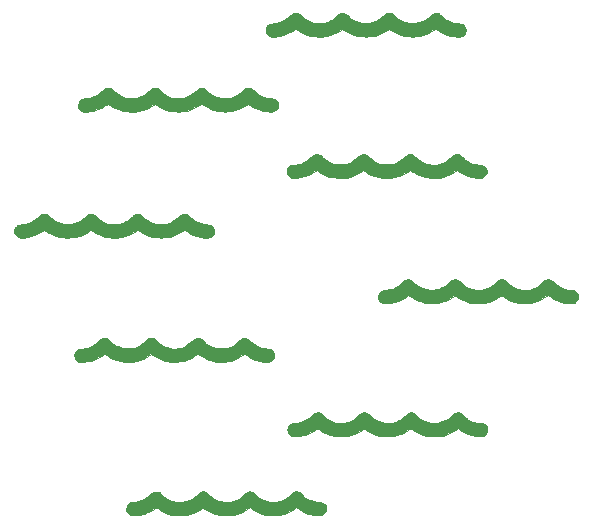
<source format=gbr>
G04 #@! TF.GenerationSoftware,KiCad,Pcbnew,5.1.5+dfsg1-2build2*
G04 #@! TF.CreationDate,2021-04-01T21:50:05-04:00*
G04 #@! TF.ProjectId,ocean_tile_3-1,6f636561-6e5f-4746-996c-655f332d312e,rev?*
G04 #@! TF.SameCoordinates,Original*
G04 #@! TF.FileFunction,Copper,L2,Bot*
G04 #@! TF.FilePolarity,Positive*
%FSLAX46Y46*%
G04 Gerber Fmt 4.6, Leading zero omitted, Abs format (unit mm)*
G04 Created by KiCad (PCBNEW 5.1.5+dfsg1-2build2) date 2021-04-01 21:50:05*
%MOMM*%
%LPD*%
G04 APERTURE LIST*
%ADD10C,0.010000*%
G04 APERTURE END LIST*
D10*
G36*
X634170Y-19203728D02*
G01*
X754210Y-19226183D01*
X862424Y-19273660D01*
X968499Y-19351473D01*
X1052810Y-19433284D01*
X1275535Y-19638507D01*
X1519688Y-19807504D01*
X1783436Y-19939421D01*
X2064947Y-20033402D01*
X2362389Y-20088592D01*
X2480273Y-20099286D01*
X2635060Y-20115210D01*
X2756937Y-20142473D01*
X2854566Y-20184416D01*
X2936609Y-20244386D01*
X2985396Y-20294291D01*
X3070753Y-20420613D01*
X3118581Y-20558315D01*
X3129053Y-20700571D01*
X3102345Y-20840553D01*
X3038631Y-20971435D01*
X2965798Y-21060385D01*
X2884051Y-21132067D01*
X2799828Y-21181795D01*
X2704065Y-21212189D01*
X2587700Y-21225865D01*
X2441668Y-21225441D01*
X2400932Y-21223518D01*
X2043990Y-21183850D01*
X1693804Y-21104427D01*
X1355476Y-20986966D01*
X1034109Y-20833184D01*
X784538Y-20679622D01*
X594088Y-20549180D01*
X398714Y-20679864D01*
X88497Y-20864501D01*
X-236121Y-21012091D01*
X-580882Y-21125046D01*
X-769456Y-21170774D01*
X-927245Y-21196329D01*
X-1113872Y-21212885D01*
X-1316942Y-21220440D01*
X-1524063Y-21218988D01*
X-1722842Y-21208528D01*
X-1900886Y-21189054D01*
X-2001618Y-21171133D01*
X-2340254Y-21082071D01*
X-2652942Y-20965508D01*
X-2948818Y-20817632D01*
X-3158210Y-20688540D01*
X-3365500Y-20550542D01*
X-3572790Y-20688540D01*
X-3870905Y-20866342D01*
X-4178667Y-21007781D01*
X-4504964Y-21116579D01*
X-4720166Y-21169210D01*
X-4869960Y-21193589D01*
X-5048204Y-21210289D01*
X-5242795Y-21219197D01*
X-5441629Y-21220197D01*
X-5632602Y-21213176D01*
X-5803612Y-21198020D01*
X-5915315Y-21180485D01*
X-6278000Y-21086934D01*
X-6626238Y-20954356D01*
X-6961695Y-20782006D01*
X-7286039Y-20569139D01*
X-7289939Y-20566286D01*
X-7320630Y-20568930D01*
X-7381044Y-20598222D01*
X-7468955Y-20653036D01*
X-7490655Y-20667654D01*
X-7804746Y-20856035D01*
X-8141342Y-21009177D01*
X-8498021Y-21126056D01*
X-8678333Y-21169552D01*
X-8842471Y-21196065D01*
X-9034683Y-21213107D01*
X-9242493Y-21220667D01*
X-9453422Y-21218736D01*
X-9654993Y-21207302D01*
X-9834728Y-21186354D01*
X-9920571Y-21170599D01*
X-10284237Y-21071296D01*
X-10628320Y-20934507D01*
X-10953236Y-20760057D01*
X-11062274Y-20690223D01*
X-11143156Y-20636418D01*
X-11209958Y-20592497D01*
X-11255575Y-20563096D01*
X-11272847Y-20552834D01*
X-11291362Y-20563858D01*
X-11337767Y-20593785D01*
X-11404822Y-20637896D01*
X-11476260Y-20685431D01*
X-11746032Y-20848342D01*
X-12024154Y-20983536D01*
X-12140932Y-21030546D01*
X-12311605Y-21087755D01*
X-12494177Y-21136579D01*
X-12681286Y-21176050D01*
X-12865569Y-21205199D01*
X-13039663Y-21223057D01*
X-13196205Y-21228655D01*
X-13327833Y-21221025D01*
X-13425960Y-21199638D01*
X-13568650Y-21129090D01*
X-13679543Y-21030597D01*
X-13758621Y-20904176D01*
X-13800295Y-20777107D01*
X-13810655Y-20644778D01*
X-13786797Y-20513024D01*
X-13733527Y-20389160D01*
X-13655650Y-20280498D01*
X-13557972Y-20194353D01*
X-13445300Y-20138036D01*
X-13369293Y-20121223D01*
X-13311323Y-20114801D01*
X-13224658Y-20105510D01*
X-13122718Y-20094778D01*
X-13051977Y-20087433D01*
X-12780015Y-20043572D01*
X-12528694Y-19968855D01*
X-12292526Y-19860629D01*
X-12066023Y-19716241D01*
X-11843699Y-19533041D01*
X-11779250Y-19472299D01*
X-11677562Y-19375969D01*
X-11596490Y-19306352D01*
X-11527798Y-19259186D01*
X-11463250Y-19230206D01*
X-11394608Y-19215150D01*
X-11313637Y-19209754D01*
X-11271250Y-19209341D01*
X-11185802Y-19211468D01*
X-11115556Y-19220583D01*
X-11052702Y-19240793D01*
X-10989431Y-19276202D01*
X-10917932Y-19330918D01*
X-10830395Y-19409044D01*
X-10753876Y-19481311D01*
X-10665860Y-19562617D01*
X-10576266Y-19640711D01*
X-10495649Y-19706657D01*
X-10435166Y-19751124D01*
X-10177215Y-19897043D01*
X-9907520Y-20004123D01*
X-9629698Y-20071846D01*
X-9347366Y-20099695D01*
X-9064141Y-20087154D01*
X-8783640Y-20033705D01*
X-8677914Y-20002363D01*
X-8463175Y-19921203D01*
X-8269511Y-19822898D01*
X-8086301Y-19700890D01*
X-7902925Y-19548618D01*
X-7824840Y-19475544D01*
X-7720812Y-19378127D01*
X-7636927Y-19307699D01*
X-7565250Y-19259565D01*
X-7497848Y-19229033D01*
X-7426787Y-19211406D01*
X-7365497Y-19203758D01*
X-7266105Y-19200755D01*
X-7177637Y-19213679D01*
X-7092428Y-19246209D01*
X-7002815Y-19302027D01*
X-6901134Y-19384811D01*
X-6806989Y-19471931D01*
X-6686347Y-19584840D01*
X-6583901Y-19673325D01*
X-6489627Y-19744519D01*
X-6393500Y-19805555D01*
X-6285495Y-19863563D01*
X-6195022Y-19907330D01*
X-5989949Y-19993061D01*
X-5794608Y-20050553D01*
X-5593495Y-20083220D01*
X-5371107Y-20094475D01*
X-5344583Y-20094553D01*
X-5053429Y-20076590D01*
X-4781079Y-20022557D01*
X-4524544Y-19931191D01*
X-4280836Y-19801231D01*
X-4046965Y-19631415D01*
X-3871939Y-19472931D01*
X-3765650Y-19372356D01*
X-3677529Y-19300113D01*
X-3599348Y-19251439D01*
X-3522880Y-19221572D01*
X-3439895Y-19205748D01*
X-3404626Y-19202402D01*
X-3302211Y-19201018D01*
X-3211967Y-19216270D01*
X-3125693Y-19252098D01*
X-3035188Y-19312441D01*
X-2932249Y-19401239D01*
X-2873660Y-19457435D01*
X-2642870Y-19661465D01*
X-2406553Y-19824553D01*
X-2161625Y-19948019D01*
X-1905002Y-20033184D01*
X-1633601Y-20081368D01*
X-1386416Y-20094235D01*
X-1101902Y-20077176D01*
X-835419Y-20025017D01*
X-583544Y-19936287D01*
X-342851Y-19809517D01*
X-109917Y-19643236D01*
X97532Y-19456999D01*
X211101Y-19351378D01*
X308742Y-19276766D01*
X398572Y-19229330D01*
X488711Y-19205239D01*
X587278Y-19200661D01*
X634170Y-19203728D01*
G37*
X634170Y-19203728D02*
X754210Y-19226183D01*
X862424Y-19273660D01*
X968499Y-19351473D01*
X1052810Y-19433284D01*
X1275535Y-19638507D01*
X1519688Y-19807504D01*
X1783436Y-19939421D01*
X2064947Y-20033402D01*
X2362389Y-20088592D01*
X2480273Y-20099286D01*
X2635060Y-20115210D01*
X2756937Y-20142473D01*
X2854566Y-20184416D01*
X2936609Y-20244386D01*
X2985396Y-20294291D01*
X3070753Y-20420613D01*
X3118581Y-20558315D01*
X3129053Y-20700571D01*
X3102345Y-20840553D01*
X3038631Y-20971435D01*
X2965798Y-21060385D01*
X2884051Y-21132067D01*
X2799828Y-21181795D01*
X2704065Y-21212189D01*
X2587700Y-21225865D01*
X2441668Y-21225441D01*
X2400932Y-21223518D01*
X2043990Y-21183850D01*
X1693804Y-21104427D01*
X1355476Y-20986966D01*
X1034109Y-20833184D01*
X784538Y-20679622D01*
X594088Y-20549180D01*
X398714Y-20679864D01*
X88497Y-20864501D01*
X-236121Y-21012091D01*
X-580882Y-21125046D01*
X-769456Y-21170774D01*
X-927245Y-21196329D01*
X-1113872Y-21212885D01*
X-1316942Y-21220440D01*
X-1524063Y-21218988D01*
X-1722842Y-21208528D01*
X-1900886Y-21189054D01*
X-2001618Y-21171133D01*
X-2340254Y-21082071D01*
X-2652942Y-20965508D01*
X-2948818Y-20817632D01*
X-3158210Y-20688540D01*
X-3365500Y-20550542D01*
X-3572790Y-20688540D01*
X-3870905Y-20866342D01*
X-4178667Y-21007781D01*
X-4504964Y-21116579D01*
X-4720166Y-21169210D01*
X-4869960Y-21193589D01*
X-5048204Y-21210289D01*
X-5242795Y-21219197D01*
X-5441629Y-21220197D01*
X-5632602Y-21213176D01*
X-5803612Y-21198020D01*
X-5915315Y-21180485D01*
X-6278000Y-21086934D01*
X-6626238Y-20954356D01*
X-6961695Y-20782006D01*
X-7286039Y-20569139D01*
X-7289939Y-20566286D01*
X-7320630Y-20568930D01*
X-7381044Y-20598222D01*
X-7468955Y-20653036D01*
X-7490655Y-20667654D01*
X-7804746Y-20856035D01*
X-8141342Y-21009177D01*
X-8498021Y-21126056D01*
X-8678333Y-21169552D01*
X-8842471Y-21196065D01*
X-9034683Y-21213107D01*
X-9242493Y-21220667D01*
X-9453422Y-21218736D01*
X-9654993Y-21207302D01*
X-9834728Y-21186354D01*
X-9920571Y-21170599D01*
X-10284237Y-21071296D01*
X-10628320Y-20934507D01*
X-10953236Y-20760057D01*
X-11062274Y-20690223D01*
X-11143156Y-20636418D01*
X-11209958Y-20592497D01*
X-11255575Y-20563096D01*
X-11272847Y-20552834D01*
X-11291362Y-20563858D01*
X-11337767Y-20593785D01*
X-11404822Y-20637896D01*
X-11476260Y-20685431D01*
X-11746032Y-20848342D01*
X-12024154Y-20983536D01*
X-12140932Y-21030546D01*
X-12311605Y-21087755D01*
X-12494177Y-21136579D01*
X-12681286Y-21176050D01*
X-12865569Y-21205199D01*
X-13039663Y-21223057D01*
X-13196205Y-21228655D01*
X-13327833Y-21221025D01*
X-13425960Y-21199638D01*
X-13568650Y-21129090D01*
X-13679543Y-21030597D01*
X-13758621Y-20904176D01*
X-13800295Y-20777107D01*
X-13810655Y-20644778D01*
X-13786797Y-20513024D01*
X-13733527Y-20389160D01*
X-13655650Y-20280498D01*
X-13557972Y-20194353D01*
X-13445300Y-20138036D01*
X-13369293Y-20121223D01*
X-13311323Y-20114801D01*
X-13224658Y-20105510D01*
X-13122718Y-20094778D01*
X-13051977Y-20087433D01*
X-12780015Y-20043572D01*
X-12528694Y-19968855D01*
X-12292526Y-19860629D01*
X-12066023Y-19716241D01*
X-11843699Y-19533041D01*
X-11779250Y-19472299D01*
X-11677562Y-19375969D01*
X-11596490Y-19306352D01*
X-11527798Y-19259186D01*
X-11463250Y-19230206D01*
X-11394608Y-19215150D01*
X-11313637Y-19209754D01*
X-11271250Y-19209341D01*
X-11185802Y-19211468D01*
X-11115556Y-19220583D01*
X-11052702Y-19240793D01*
X-10989431Y-19276202D01*
X-10917932Y-19330918D01*
X-10830395Y-19409044D01*
X-10753876Y-19481311D01*
X-10665860Y-19562617D01*
X-10576266Y-19640711D01*
X-10495649Y-19706657D01*
X-10435166Y-19751124D01*
X-10177215Y-19897043D01*
X-9907520Y-20004123D01*
X-9629698Y-20071846D01*
X-9347366Y-20099695D01*
X-9064141Y-20087154D01*
X-8783640Y-20033705D01*
X-8677914Y-20002363D01*
X-8463175Y-19921203D01*
X-8269511Y-19822898D01*
X-8086301Y-19700890D01*
X-7902925Y-19548618D01*
X-7824840Y-19475544D01*
X-7720812Y-19378127D01*
X-7636927Y-19307699D01*
X-7565250Y-19259565D01*
X-7497848Y-19229033D01*
X-7426787Y-19211406D01*
X-7365497Y-19203758D01*
X-7266105Y-19200755D01*
X-7177637Y-19213679D01*
X-7092428Y-19246209D01*
X-7002815Y-19302027D01*
X-6901134Y-19384811D01*
X-6806989Y-19471931D01*
X-6686347Y-19584840D01*
X-6583901Y-19673325D01*
X-6489627Y-19744519D01*
X-6393500Y-19805555D01*
X-6285495Y-19863563D01*
X-6195022Y-19907330D01*
X-5989949Y-19993061D01*
X-5794608Y-20050553D01*
X-5593495Y-20083220D01*
X-5371107Y-20094475D01*
X-5344583Y-20094553D01*
X-5053429Y-20076590D01*
X-4781079Y-20022557D01*
X-4524544Y-19931191D01*
X-4280836Y-19801231D01*
X-4046965Y-19631415D01*
X-3871939Y-19472931D01*
X-3765650Y-19372356D01*
X-3677529Y-19300113D01*
X-3599348Y-19251439D01*
X-3522880Y-19221572D01*
X-3439895Y-19205748D01*
X-3404626Y-19202402D01*
X-3302211Y-19201018D01*
X-3211967Y-19216270D01*
X-3125693Y-19252098D01*
X-3035188Y-19312441D01*
X-2932249Y-19401239D01*
X-2873660Y-19457435D01*
X-2642870Y-19661465D01*
X-2406553Y-19824553D01*
X-2161625Y-19948019D01*
X-1905002Y-20033184D01*
X-1633601Y-20081368D01*
X-1386416Y-20094235D01*
X-1101902Y-20077176D01*
X-835419Y-20025017D01*
X-583544Y-19936287D01*
X-342851Y-19809517D01*
X-109917Y-19643236D01*
X97532Y-19456999D01*
X211101Y-19351378D01*
X308742Y-19276766D01*
X398572Y-19229330D01*
X488711Y-19205239D01*
X587278Y-19200661D01*
X634170Y-19203728D01*
G36*
X6426558Y-12515944D02*
G01*
X6513638Y-12538224D01*
X6598467Y-12580764D01*
X6689438Y-12647990D01*
X6794945Y-12744325D01*
X6818850Y-12767791D01*
X7051009Y-12970860D01*
X7297928Y-13136282D01*
X7556814Y-13263564D01*
X7824873Y-13352212D01*
X8099311Y-13401731D01*
X8377334Y-13411628D01*
X8656151Y-13381409D01*
X8932966Y-13310579D01*
X9204988Y-13198644D01*
X9218084Y-13192125D01*
X9328741Y-13133682D01*
X9424645Y-13075268D01*
X9515849Y-13009469D01*
X9612404Y-12928874D01*
X9724363Y-12826069D01*
X9758337Y-12793733D01*
X9863439Y-12695587D01*
X9947841Y-12624138D01*
X10019438Y-12574874D01*
X10086130Y-12543280D01*
X10155814Y-12524841D01*
X10236387Y-12515044D01*
X10247348Y-12514221D01*
X10374126Y-12517689D01*
X10489304Y-12549816D01*
X10600676Y-12614172D01*
X10716038Y-12714329D01*
X10742084Y-12740852D01*
X10967270Y-12946662D01*
X11213204Y-13117522D01*
X11476542Y-13251441D01*
X11753944Y-13346426D01*
X11760797Y-13348224D01*
X11970398Y-13388300D01*
X12196648Y-13406251D01*
X12423963Y-13401886D01*
X12636757Y-13375013D01*
X12706498Y-13359868D01*
X12970516Y-13279129D01*
X13210875Y-13170843D01*
X13435351Y-13030612D01*
X13651721Y-12854040D01*
X13726584Y-12783224D01*
X13840296Y-12677341D01*
X13936804Y-12601392D01*
X14023937Y-12551171D01*
X14109524Y-12522476D01*
X14201394Y-12511100D01*
X14234584Y-12510430D01*
X14329331Y-12516929D01*
X14415507Y-12539214D01*
X14500941Y-12581467D01*
X14593461Y-12647870D01*
X14700897Y-12742605D01*
X14741286Y-12781116D01*
X14830146Y-12863708D01*
X14923800Y-12945250D01*
X15010126Y-13015465D01*
X15068087Y-13058160D01*
X15310677Y-13197803D01*
X15576213Y-13304449D01*
X15858903Y-13376184D01*
X16132773Y-13409929D01*
X16305396Y-13430011D01*
X16443454Y-13467636D01*
X16551664Y-13524568D01*
X16628793Y-13595373D01*
X16713827Y-13725746D01*
X16760704Y-13865369D01*
X16770634Y-14007928D01*
X16744828Y-14147110D01*
X16684496Y-14276599D01*
X16590850Y-14390081D01*
X16465101Y-14481244D01*
X16458203Y-14484990D01*
X16417953Y-14504189D01*
X16375978Y-14517053D01*
X16323034Y-14524693D01*
X16249877Y-14528222D01*
X16147262Y-14528749D01*
X16097250Y-14528381D01*
X15771660Y-14506763D01*
X15452252Y-14447227D01*
X15134604Y-14348622D01*
X14814291Y-14209799D01*
X14753167Y-14178988D01*
X14644603Y-14120542D01*
X14534822Y-14057127D01*
X14437460Y-13996853D01*
X14372654Y-13952682D01*
X14235557Y-13851741D01*
X14082655Y-13961443D01*
X13825654Y-14123875D01*
X13538710Y-14265586D01*
X13230679Y-14382784D01*
X12910420Y-14471678D01*
X12869334Y-14480747D01*
X12702898Y-14507636D01*
X12508925Y-14524686D01*
X12300138Y-14531881D01*
X12089258Y-14529202D01*
X11889009Y-14516632D01*
X11712112Y-14494155D01*
X11650882Y-14482416D01*
X11286653Y-14384636D01*
X10946943Y-14253338D01*
X10628974Y-14087363D01*
X10482183Y-13994315D01*
X10403572Y-13941907D01*
X10338825Y-13899589D01*
X10295380Y-13872169D01*
X10280775Y-13864167D01*
X10261158Y-13875226D01*
X10213662Y-13905304D01*
X10145508Y-13949750D01*
X10067441Y-14001556D01*
X9752673Y-14186664D01*
X9416999Y-14335493D01*
X9062986Y-14446998D01*
X8868834Y-14490598D01*
X8713879Y-14512797D01*
X8530685Y-14526321D01*
X8331869Y-14531267D01*
X8130048Y-14527733D01*
X7937838Y-14515814D01*
X7767856Y-14495609D01*
X7690956Y-14481544D01*
X7330550Y-14385121D01*
X6992071Y-14253635D01*
X6671297Y-14085316D01*
X6525517Y-13993024D01*
X6446643Y-13940917D01*
X6381214Y-13898913D01*
X6336867Y-13871841D01*
X6321556Y-13864167D01*
X6300532Y-13875720D01*
X6253484Y-13906721D01*
X6188597Y-13951682D01*
X6149440Y-13979535D01*
X5945374Y-14109267D01*
X5711551Y-14229493D01*
X5460321Y-14335110D01*
X5204030Y-14421013D01*
X4955028Y-14482097D01*
X4916145Y-14489323D01*
X4548963Y-14533532D01*
X4186337Y-14535772D01*
X3829075Y-14496238D01*
X3477986Y-14415128D01*
X3133877Y-14292639D01*
X2797556Y-14128968D01*
X2469833Y-13924312D01*
X2402967Y-13876718D01*
X2373293Y-13877964D01*
X2314819Y-13905049D01*
X2226160Y-13958672D01*
X2178952Y-13989701D01*
X1862159Y-14177663D01*
X1532472Y-14327021D01*
X1192774Y-14436815D01*
X845947Y-14506082D01*
X551437Y-14532236D01*
X424035Y-14535046D01*
X328298Y-14531735D01*
X253904Y-14521597D01*
X204048Y-14508496D01*
X86684Y-14449746D01*
X-15720Y-14358566D01*
X-96780Y-14243982D01*
X-150112Y-14115020D01*
X-169333Y-13980706D01*
X-169333Y-13980584D01*
X-152095Y-13856130D01*
X-105276Y-13729585D01*
X-36215Y-13619568D01*
X-19264Y-13599971D01*
X61860Y-13526376D01*
X154329Y-13473423D01*
X266947Y-13437742D01*
X408517Y-13415965D01*
X476250Y-13410321D01*
X716205Y-13383912D01*
X932579Y-13337566D01*
X1140715Y-13267985D01*
X1143000Y-13267085D01*
X1320991Y-13188065D01*
X1483606Y-13095710D01*
X1640519Y-12983369D01*
X1801405Y-12844389D01*
X1908678Y-12740641D01*
X2018073Y-12639843D01*
X2115831Y-12571174D01*
X2211261Y-12529977D01*
X2313674Y-12511593D01*
X2370667Y-12509500D01*
X2465043Y-12515446D01*
X2550114Y-12536059D01*
X2633728Y-12575502D01*
X2723737Y-12637937D01*
X2827988Y-12727527D01*
X2887857Y-12783756D01*
X3006135Y-12894568D01*
X3105741Y-12981078D01*
X3196335Y-13050438D01*
X3287581Y-13109801D01*
X3389140Y-13166317D01*
X3439584Y-13192125D01*
X3687348Y-13296202D01*
X3947631Y-13367941D01*
X4211166Y-13405614D01*
X4468686Y-13407494D01*
X4553304Y-13399663D01*
X4726586Y-13374394D01*
X4875413Y-13341079D01*
X5017562Y-13294584D01*
X5170810Y-13229780D01*
X5217584Y-13207914D01*
X5341735Y-13146314D01*
X5446145Y-13087178D01*
X5540984Y-13023213D01*
X5636419Y-12947127D01*
X5742619Y-12851627D01*
X5827942Y-12770160D01*
X5940751Y-12666604D01*
X6037126Y-12593093D01*
X6125359Y-12545313D01*
X6213743Y-12518949D01*
X6310569Y-12509685D01*
X6328833Y-12509500D01*
X6426558Y-12515944D01*
G37*
X6426558Y-12515944D02*
X6513638Y-12538224D01*
X6598467Y-12580764D01*
X6689438Y-12647990D01*
X6794945Y-12744325D01*
X6818850Y-12767791D01*
X7051009Y-12970860D01*
X7297928Y-13136282D01*
X7556814Y-13263564D01*
X7824873Y-13352212D01*
X8099311Y-13401731D01*
X8377334Y-13411628D01*
X8656151Y-13381409D01*
X8932966Y-13310579D01*
X9204988Y-13198644D01*
X9218084Y-13192125D01*
X9328741Y-13133682D01*
X9424645Y-13075268D01*
X9515849Y-13009469D01*
X9612404Y-12928874D01*
X9724363Y-12826069D01*
X9758337Y-12793733D01*
X9863439Y-12695587D01*
X9947841Y-12624138D01*
X10019438Y-12574874D01*
X10086130Y-12543280D01*
X10155814Y-12524841D01*
X10236387Y-12515044D01*
X10247348Y-12514221D01*
X10374126Y-12517689D01*
X10489304Y-12549816D01*
X10600676Y-12614172D01*
X10716038Y-12714329D01*
X10742084Y-12740852D01*
X10967270Y-12946662D01*
X11213204Y-13117522D01*
X11476542Y-13251441D01*
X11753944Y-13346426D01*
X11760797Y-13348224D01*
X11970398Y-13388300D01*
X12196648Y-13406251D01*
X12423963Y-13401886D01*
X12636757Y-13375013D01*
X12706498Y-13359868D01*
X12970516Y-13279129D01*
X13210875Y-13170843D01*
X13435351Y-13030612D01*
X13651721Y-12854040D01*
X13726584Y-12783224D01*
X13840296Y-12677341D01*
X13936804Y-12601392D01*
X14023937Y-12551171D01*
X14109524Y-12522476D01*
X14201394Y-12511100D01*
X14234584Y-12510430D01*
X14329331Y-12516929D01*
X14415507Y-12539214D01*
X14500941Y-12581467D01*
X14593461Y-12647870D01*
X14700897Y-12742605D01*
X14741286Y-12781116D01*
X14830146Y-12863708D01*
X14923800Y-12945250D01*
X15010126Y-13015465D01*
X15068087Y-13058160D01*
X15310677Y-13197803D01*
X15576213Y-13304449D01*
X15858903Y-13376184D01*
X16132773Y-13409929D01*
X16305396Y-13430011D01*
X16443454Y-13467636D01*
X16551664Y-13524568D01*
X16628793Y-13595373D01*
X16713827Y-13725746D01*
X16760704Y-13865369D01*
X16770634Y-14007928D01*
X16744828Y-14147110D01*
X16684496Y-14276599D01*
X16590850Y-14390081D01*
X16465101Y-14481244D01*
X16458203Y-14484990D01*
X16417953Y-14504189D01*
X16375978Y-14517053D01*
X16323034Y-14524693D01*
X16249877Y-14528222D01*
X16147262Y-14528749D01*
X16097250Y-14528381D01*
X15771660Y-14506763D01*
X15452252Y-14447227D01*
X15134604Y-14348622D01*
X14814291Y-14209799D01*
X14753167Y-14178988D01*
X14644603Y-14120542D01*
X14534822Y-14057127D01*
X14437460Y-13996853D01*
X14372654Y-13952682D01*
X14235557Y-13851741D01*
X14082655Y-13961443D01*
X13825654Y-14123875D01*
X13538710Y-14265586D01*
X13230679Y-14382784D01*
X12910420Y-14471678D01*
X12869334Y-14480747D01*
X12702898Y-14507636D01*
X12508925Y-14524686D01*
X12300138Y-14531881D01*
X12089258Y-14529202D01*
X11889009Y-14516632D01*
X11712112Y-14494155D01*
X11650882Y-14482416D01*
X11286653Y-14384636D01*
X10946943Y-14253338D01*
X10628974Y-14087363D01*
X10482183Y-13994315D01*
X10403572Y-13941907D01*
X10338825Y-13899589D01*
X10295380Y-13872169D01*
X10280775Y-13864167D01*
X10261158Y-13875226D01*
X10213662Y-13905304D01*
X10145508Y-13949750D01*
X10067441Y-14001556D01*
X9752673Y-14186664D01*
X9416999Y-14335493D01*
X9062986Y-14446998D01*
X8868834Y-14490598D01*
X8713879Y-14512797D01*
X8530685Y-14526321D01*
X8331869Y-14531267D01*
X8130048Y-14527733D01*
X7937838Y-14515814D01*
X7767856Y-14495609D01*
X7690956Y-14481544D01*
X7330550Y-14385121D01*
X6992071Y-14253635D01*
X6671297Y-14085316D01*
X6525517Y-13993024D01*
X6446643Y-13940917D01*
X6381214Y-13898913D01*
X6336867Y-13871841D01*
X6321556Y-13864167D01*
X6300532Y-13875720D01*
X6253484Y-13906721D01*
X6188597Y-13951682D01*
X6149440Y-13979535D01*
X5945374Y-14109267D01*
X5711551Y-14229493D01*
X5460321Y-14335110D01*
X5204030Y-14421013D01*
X4955028Y-14482097D01*
X4916145Y-14489323D01*
X4548963Y-14533532D01*
X4186337Y-14535772D01*
X3829075Y-14496238D01*
X3477986Y-14415128D01*
X3133877Y-14292639D01*
X2797556Y-14128968D01*
X2469833Y-13924312D01*
X2402967Y-13876718D01*
X2373293Y-13877964D01*
X2314819Y-13905049D01*
X2226160Y-13958672D01*
X2178952Y-13989701D01*
X1862159Y-14177663D01*
X1532472Y-14327021D01*
X1192774Y-14436815D01*
X845947Y-14506082D01*
X551437Y-14532236D01*
X424035Y-14535046D01*
X328298Y-14531735D01*
X253904Y-14521597D01*
X204048Y-14508496D01*
X86684Y-14449746D01*
X-15720Y-14358566D01*
X-96780Y-14243982D01*
X-150112Y-14115020D01*
X-169333Y-13980706D01*
X-169333Y-13980584D01*
X-152095Y-13856130D01*
X-105276Y-13729585D01*
X-36215Y-13619568D01*
X-19264Y-13599971D01*
X61860Y-13526376D01*
X154329Y-13473423D01*
X266947Y-13437742D01*
X408517Y-13415965D01*
X476250Y-13410321D01*
X716205Y-13383912D01*
X932579Y-13337566D01*
X1140715Y-13267985D01*
X1143000Y-13267085D01*
X1320991Y-13188065D01*
X1483606Y-13095710D01*
X1640519Y-12983369D01*
X1801405Y-12844389D01*
X1908678Y-12740641D01*
X2018073Y-12639843D01*
X2115831Y-12571174D01*
X2211261Y-12529977D01*
X2313674Y-12511593D01*
X2370667Y-12509500D01*
X2465043Y-12515446D01*
X2550114Y-12536059D01*
X2633728Y-12575502D01*
X2723737Y-12637937D01*
X2827988Y-12727527D01*
X2887857Y-12783756D01*
X3006135Y-12894568D01*
X3105741Y-12981078D01*
X3196335Y-13050438D01*
X3287581Y-13109801D01*
X3389140Y-13166317D01*
X3439584Y-13192125D01*
X3687348Y-13296202D01*
X3947631Y-13367941D01*
X4211166Y-13405614D01*
X4468686Y-13407494D01*
X4553304Y-13399663D01*
X4726586Y-13374394D01*
X4875413Y-13341079D01*
X5017562Y-13294584D01*
X5170810Y-13229780D01*
X5217584Y-13207914D01*
X5341735Y-13146314D01*
X5446145Y-13087178D01*
X5540984Y-13023213D01*
X5636419Y-12947127D01*
X5742619Y-12851627D01*
X5827942Y-12770160D01*
X5940751Y-12666604D01*
X6037126Y-12593093D01*
X6125359Y-12545313D01*
X6213743Y-12518949D01*
X6310569Y-12509685D01*
X6328833Y-12509500D01*
X6426558Y-12515944D01*
G36*
X-15533893Y-6224295D02*
G01*
X-15497025Y-6234646D01*
X-15444883Y-6253724D01*
X-15393216Y-6281995D01*
X-15334567Y-6324894D01*
X-15261476Y-6387854D01*
X-15170213Y-6472771D01*
X-15031467Y-6599782D01*
X-14907960Y-6701214D01*
X-14788777Y-6784773D01*
X-14663004Y-6858169D01*
X-14532367Y-6923212D01*
X-14342672Y-7001669D01*
X-14156778Y-7055152D01*
X-13961245Y-7086479D01*
X-13742634Y-7098466D01*
X-13694833Y-7098791D01*
X-13474241Y-7090756D01*
X-13279003Y-7064599D01*
X-13094902Y-7017237D01*
X-12907722Y-6945588D01*
X-12835082Y-6912421D01*
X-12716355Y-6853851D01*
X-12616212Y-6797886D01*
X-12525003Y-6737648D01*
X-12433078Y-6666254D01*
X-12330789Y-6576826D01*
X-12221778Y-6475127D01*
X-12127351Y-6387228D01*
X-12054678Y-6324645D01*
X-11996379Y-6281986D01*
X-11945072Y-6253857D01*
X-11893374Y-6234864D01*
X-11892641Y-6234646D01*
X-11780124Y-6208466D01*
X-11681347Y-6205093D01*
X-11574874Y-6224545D01*
X-11537796Y-6234961D01*
X-11485808Y-6253800D01*
X-11435069Y-6281245D01*
X-11378081Y-6322788D01*
X-11307343Y-6383921D01*
X-11215353Y-6470138D01*
X-11211163Y-6474150D01*
X-11123435Y-6556214D01*
X-11036878Y-6633716D01*
X-10960639Y-6698681D01*
X-10903865Y-6743138D01*
X-10897115Y-6747872D01*
X-10664240Y-6883779D01*
X-10411092Y-6989304D01*
X-10145789Y-7062450D01*
X-9876450Y-7101223D01*
X-9611193Y-7103625D01*
X-9495858Y-7092380D01*
X-9219944Y-7038653D01*
X-8963539Y-6952310D01*
X-8721781Y-6830915D01*
X-8489805Y-6672029D01*
X-8265583Y-6475966D01*
X-8163451Y-6379335D01*
X-8081915Y-6309558D01*
X-8012881Y-6262358D01*
X-7948255Y-6233459D01*
X-7879944Y-6218585D01*
X-7799854Y-6213461D01*
X-7768166Y-6213180D01*
X-7672005Y-6217084D01*
X-7591068Y-6231874D01*
X-7516705Y-6262009D01*
X-7440270Y-6311951D01*
X-7353115Y-6386159D01*
X-7260973Y-6474791D01*
X-7027760Y-6678996D01*
X-6778778Y-6844238D01*
X-6512313Y-6971487D01*
X-6226651Y-7061712D01*
X-6220973Y-7063087D01*
X-6088522Y-7085591D01*
X-5929405Y-7098042D01*
X-5757398Y-7100601D01*
X-5586279Y-7093427D01*
X-5429823Y-7076679D01*
X-5309120Y-7052534D01*
X-5043877Y-6965599D01*
X-4805050Y-6853184D01*
X-4583539Y-6710070D01*
X-4370238Y-6531033D01*
X-4325636Y-6488382D01*
X-4219601Y-6387767D01*
X-4133545Y-6314727D01*
X-4059519Y-6265022D01*
X-3989573Y-6234413D01*
X-3915758Y-6218660D01*
X-3830126Y-6213524D01*
X-3810000Y-6213398D01*
X-3717435Y-6217196D01*
X-3639027Y-6231498D01*
X-3566483Y-6260667D01*
X-3491513Y-6309066D01*
X-3405824Y-6381059D01*
X-3301126Y-6481007D01*
X-3300773Y-6481356D01*
X-3079630Y-6676554D01*
X-2849210Y-6833206D01*
X-2604657Y-6953496D01*
X-2341116Y-7039605D01*
X-2053728Y-7093715D01*
X-1903443Y-7109153D01*
X-1768761Y-7122421D01*
X-1666381Y-7140530D01*
X-1586293Y-7166926D01*
X-1518488Y-7205057D01*
X-1452956Y-7258371D01*
X-1442770Y-7267828D01*
X-1362516Y-7357413D01*
X-1312138Y-7452223D01*
X-1286802Y-7564383D01*
X-1281316Y-7672917D01*
X-1290207Y-7806716D01*
X-1320194Y-7913882D01*
X-1376249Y-8006922D01*
X-1442770Y-8079178D01*
X-1536517Y-8153366D01*
X-1639786Y-8201393D01*
X-1762980Y-8226833D01*
X-1891700Y-8233369D01*
X-2199501Y-8214963D01*
X-2515407Y-8159955D01*
X-2831419Y-8070889D01*
X-3139537Y-7950314D01*
X-3431762Y-7800776D01*
X-3616964Y-7684087D01*
X-3805797Y-7554752D01*
X-3979263Y-7672869D01*
X-4282653Y-7855363D01*
X-4609390Y-8007192D01*
X-4949836Y-8124226D01*
X-5150095Y-8174604D01*
X-5298575Y-8198987D01*
X-5475973Y-8215527D01*
X-5670849Y-8224212D01*
X-5871763Y-8225033D01*
X-6067273Y-8217979D01*
X-6245940Y-8203041D01*
X-6396323Y-8180207D01*
X-6417368Y-8175738D01*
X-6775972Y-8076739D01*
X-7111254Y-7944293D01*
X-7428479Y-7776173D01*
X-7559359Y-7693217D01*
X-7765131Y-7556229D01*
X-7966503Y-7692759D01*
X-8273516Y-7875705D01*
X-8598553Y-8021784D01*
X-8937662Y-8130308D01*
X-9286889Y-8200592D01*
X-9642283Y-8231950D01*
X-9999890Y-8223696D01*
X-10355759Y-8175145D01*
X-10526137Y-8136986D01*
X-10801064Y-8052579D01*
X-11074139Y-7941002D01*
X-11332817Y-7808126D01*
X-11564548Y-7659821D01*
X-11597287Y-7635801D01*
X-11671735Y-7585527D01*
X-11720242Y-7565919D01*
X-11739019Y-7569239D01*
X-11984481Y-7731809D01*
X-12213285Y-7865308D01*
X-12434876Y-7973993D01*
X-12658699Y-8062121D01*
X-12894200Y-8133949D01*
X-13102166Y-8183566D01*
X-13222783Y-8202414D01*
X-13374389Y-8215544D01*
X-13546029Y-8222949D01*
X-13726745Y-8224619D01*
X-13905582Y-8220547D01*
X-14071582Y-8210724D01*
X-14213790Y-8195141D01*
X-14276149Y-8184467D01*
X-14639989Y-8090700D01*
X-14983037Y-7960441D01*
X-15307331Y-7792849D01*
X-15465393Y-7693242D01*
X-15557813Y-7633969D01*
X-15630986Y-7592442D01*
X-15679596Y-7571474D01*
X-15696647Y-7570863D01*
X-15894755Y-7708757D01*
X-16117994Y-7840884D01*
X-16349333Y-7957663D01*
X-16497574Y-8021435D01*
X-16657681Y-8077936D01*
X-16832557Y-8127353D01*
X-17014979Y-8168690D01*
X-17197723Y-8200949D01*
X-17373569Y-8223135D01*
X-17535293Y-8234252D01*
X-17675672Y-8233303D01*
X-17787484Y-8219292D01*
X-17833907Y-8205765D01*
X-17974610Y-8131459D01*
X-18085122Y-8029480D01*
X-18116837Y-7986539D01*
X-18166077Y-7899121D01*
X-18193593Y-7811867D01*
X-18202430Y-7710476D01*
X-18197806Y-7605939D01*
X-18166637Y-7463334D01*
X-18100469Y-7339472D01*
X-18004046Y-7238513D01*
X-17882111Y-7164622D01*
X-17739410Y-7121960D01*
X-17635888Y-7112929D01*
X-17490079Y-7103895D01*
X-17325165Y-7080996D01*
X-17160829Y-7047322D01*
X-17078067Y-7025398D01*
X-16875633Y-6955577D01*
X-16688909Y-6866807D01*
X-16509280Y-6753823D01*
X-16328133Y-6611357D01*
X-16180646Y-6476768D01*
X-16087493Y-6388987D01*
X-16015987Y-6326532D01*
X-15958709Y-6283946D01*
X-15908243Y-6255775D01*
X-15857172Y-6236563D01*
X-15851870Y-6234961D01*
X-15738823Y-6208581D01*
X-15639977Y-6205032D01*
X-15533893Y-6224295D01*
G37*
X-15533893Y-6224295D02*
X-15497025Y-6234646D01*
X-15444883Y-6253724D01*
X-15393216Y-6281995D01*
X-15334567Y-6324894D01*
X-15261476Y-6387854D01*
X-15170213Y-6472771D01*
X-15031467Y-6599782D01*
X-14907960Y-6701214D01*
X-14788777Y-6784773D01*
X-14663004Y-6858169D01*
X-14532367Y-6923212D01*
X-14342672Y-7001669D01*
X-14156778Y-7055152D01*
X-13961245Y-7086479D01*
X-13742634Y-7098466D01*
X-13694833Y-7098791D01*
X-13474241Y-7090756D01*
X-13279003Y-7064599D01*
X-13094902Y-7017237D01*
X-12907722Y-6945588D01*
X-12835082Y-6912421D01*
X-12716355Y-6853851D01*
X-12616212Y-6797886D01*
X-12525003Y-6737648D01*
X-12433078Y-6666254D01*
X-12330789Y-6576826D01*
X-12221778Y-6475127D01*
X-12127351Y-6387228D01*
X-12054678Y-6324645D01*
X-11996379Y-6281986D01*
X-11945072Y-6253857D01*
X-11893374Y-6234864D01*
X-11892641Y-6234646D01*
X-11780124Y-6208466D01*
X-11681347Y-6205093D01*
X-11574874Y-6224545D01*
X-11537796Y-6234961D01*
X-11485808Y-6253800D01*
X-11435069Y-6281245D01*
X-11378081Y-6322788D01*
X-11307343Y-6383921D01*
X-11215353Y-6470138D01*
X-11211163Y-6474150D01*
X-11123435Y-6556214D01*
X-11036878Y-6633716D01*
X-10960639Y-6698681D01*
X-10903865Y-6743138D01*
X-10897115Y-6747872D01*
X-10664240Y-6883779D01*
X-10411092Y-6989304D01*
X-10145789Y-7062450D01*
X-9876450Y-7101223D01*
X-9611193Y-7103625D01*
X-9495858Y-7092380D01*
X-9219944Y-7038653D01*
X-8963539Y-6952310D01*
X-8721781Y-6830915D01*
X-8489805Y-6672029D01*
X-8265583Y-6475966D01*
X-8163451Y-6379335D01*
X-8081915Y-6309558D01*
X-8012881Y-6262358D01*
X-7948255Y-6233459D01*
X-7879944Y-6218585D01*
X-7799854Y-6213461D01*
X-7768166Y-6213180D01*
X-7672005Y-6217084D01*
X-7591068Y-6231874D01*
X-7516705Y-6262009D01*
X-7440270Y-6311951D01*
X-7353115Y-6386159D01*
X-7260973Y-6474791D01*
X-7027760Y-6678996D01*
X-6778778Y-6844238D01*
X-6512313Y-6971487D01*
X-6226651Y-7061712D01*
X-6220973Y-7063087D01*
X-6088522Y-7085591D01*
X-5929405Y-7098042D01*
X-5757398Y-7100601D01*
X-5586279Y-7093427D01*
X-5429823Y-7076679D01*
X-5309120Y-7052534D01*
X-5043877Y-6965599D01*
X-4805050Y-6853184D01*
X-4583539Y-6710070D01*
X-4370238Y-6531033D01*
X-4325636Y-6488382D01*
X-4219601Y-6387767D01*
X-4133545Y-6314727D01*
X-4059519Y-6265022D01*
X-3989573Y-6234413D01*
X-3915758Y-6218660D01*
X-3830126Y-6213524D01*
X-3810000Y-6213398D01*
X-3717435Y-6217196D01*
X-3639027Y-6231498D01*
X-3566483Y-6260667D01*
X-3491513Y-6309066D01*
X-3405824Y-6381059D01*
X-3301126Y-6481007D01*
X-3300773Y-6481356D01*
X-3079630Y-6676554D01*
X-2849210Y-6833206D01*
X-2604657Y-6953496D01*
X-2341116Y-7039605D01*
X-2053728Y-7093715D01*
X-1903443Y-7109153D01*
X-1768761Y-7122421D01*
X-1666381Y-7140530D01*
X-1586293Y-7166926D01*
X-1518488Y-7205057D01*
X-1452956Y-7258371D01*
X-1442770Y-7267828D01*
X-1362516Y-7357413D01*
X-1312138Y-7452223D01*
X-1286802Y-7564383D01*
X-1281316Y-7672917D01*
X-1290207Y-7806716D01*
X-1320194Y-7913882D01*
X-1376249Y-8006922D01*
X-1442770Y-8079178D01*
X-1536517Y-8153366D01*
X-1639786Y-8201393D01*
X-1762980Y-8226833D01*
X-1891700Y-8233369D01*
X-2199501Y-8214963D01*
X-2515407Y-8159955D01*
X-2831419Y-8070889D01*
X-3139537Y-7950314D01*
X-3431762Y-7800776D01*
X-3616964Y-7684087D01*
X-3805797Y-7554752D01*
X-3979263Y-7672869D01*
X-4282653Y-7855363D01*
X-4609390Y-8007192D01*
X-4949836Y-8124226D01*
X-5150095Y-8174604D01*
X-5298575Y-8198987D01*
X-5475973Y-8215527D01*
X-5670849Y-8224212D01*
X-5871763Y-8225033D01*
X-6067273Y-8217979D01*
X-6245940Y-8203041D01*
X-6396323Y-8180207D01*
X-6417368Y-8175738D01*
X-6775972Y-8076739D01*
X-7111254Y-7944293D01*
X-7428479Y-7776173D01*
X-7559359Y-7693217D01*
X-7765131Y-7556229D01*
X-7966503Y-7692759D01*
X-8273516Y-7875705D01*
X-8598553Y-8021784D01*
X-8937662Y-8130308D01*
X-9286889Y-8200592D01*
X-9642283Y-8231950D01*
X-9999890Y-8223696D01*
X-10355759Y-8175145D01*
X-10526137Y-8136986D01*
X-10801064Y-8052579D01*
X-11074139Y-7941002D01*
X-11332817Y-7808126D01*
X-11564548Y-7659821D01*
X-11597287Y-7635801D01*
X-11671735Y-7585527D01*
X-11720242Y-7565919D01*
X-11739019Y-7569239D01*
X-11984481Y-7731809D01*
X-12213285Y-7865308D01*
X-12434876Y-7973993D01*
X-12658699Y-8062121D01*
X-12894200Y-8133949D01*
X-13102166Y-8183566D01*
X-13222783Y-8202414D01*
X-13374389Y-8215544D01*
X-13546029Y-8222949D01*
X-13726745Y-8224619D01*
X-13905582Y-8220547D01*
X-14071582Y-8210724D01*
X-14213790Y-8195141D01*
X-14276149Y-8184467D01*
X-14639989Y-8090700D01*
X-14983037Y-7960441D01*
X-15307331Y-7792849D01*
X-15465393Y-7693242D01*
X-15557813Y-7633969D01*
X-15630986Y-7592442D01*
X-15679596Y-7571474D01*
X-15696647Y-7570863D01*
X-15894755Y-7708757D01*
X-16117994Y-7840884D01*
X-16349333Y-7957663D01*
X-16497574Y-8021435D01*
X-16657681Y-8077936D01*
X-16832557Y-8127353D01*
X-17014979Y-8168690D01*
X-17197723Y-8200949D01*
X-17373569Y-8223135D01*
X-17535293Y-8234252D01*
X-17675672Y-8233303D01*
X-17787484Y-8219292D01*
X-17833907Y-8205765D01*
X-17974610Y-8131459D01*
X-18085122Y-8029480D01*
X-18116837Y-7986539D01*
X-18166077Y-7899121D01*
X-18193593Y-7811867D01*
X-18202430Y-7710476D01*
X-18197806Y-7605939D01*
X-18166637Y-7463334D01*
X-18100469Y-7339472D01*
X-18004046Y-7238513D01*
X-17882111Y-7164622D01*
X-17739410Y-7121960D01*
X-17635888Y-7112929D01*
X-17490079Y-7103895D01*
X-17325165Y-7080996D01*
X-17160829Y-7047322D01*
X-17078067Y-7025398D01*
X-16875633Y-6955577D01*
X-16688909Y-6866807D01*
X-16509280Y-6753823D01*
X-16328133Y-6611357D01*
X-16180646Y-6476768D01*
X-16087493Y-6388987D01*
X-16015987Y-6326532D01*
X-15958709Y-6283946D01*
X-15908243Y-6255775D01*
X-15857172Y-6236563D01*
X-15851870Y-6234961D01*
X-15738823Y-6208581D01*
X-15639977Y-6205032D01*
X-15533893Y-6224295D01*
G36*
X14103368Y-1247515D02*
G01*
X14195863Y-1272767D01*
X14287151Y-1320012D01*
X14385148Y-1393470D01*
X14497771Y-1497362D01*
X14513379Y-1512805D01*
X14739702Y-1713455D01*
X14975828Y-1873571D01*
X15224431Y-1994351D01*
X15488184Y-2076989D01*
X15769761Y-2122681D01*
X15896167Y-2131234D01*
X16189295Y-2124568D01*
X16467168Y-2079204D01*
X16731269Y-1994553D01*
X16983081Y-1870030D01*
X17224085Y-1705046D01*
X17430750Y-1523650D01*
X17544251Y-1417679D01*
X17639224Y-1340808D01*
X17723314Y-1288861D01*
X17804164Y-1257665D01*
X17889419Y-1243044D01*
X17949334Y-1240461D01*
X18077773Y-1251128D01*
X18190628Y-1288136D01*
X18297491Y-1356084D01*
X18407957Y-1459571D01*
X18409242Y-1460939D01*
X18606386Y-1644839D01*
X18829632Y-1807025D01*
X19069334Y-1941645D01*
X19315844Y-2042847D01*
X19420417Y-2074335D01*
X19593766Y-2109058D01*
X19789325Y-2129161D01*
X19990260Y-2133995D01*
X20179737Y-2122910D01*
X20284576Y-2107664D01*
X20526693Y-2049307D01*
X20748123Y-1967827D01*
X20956784Y-1859006D01*
X21160598Y-1718625D01*
X21367485Y-1542464D01*
X21396394Y-1515417D01*
X21504888Y-1415515D01*
X21592447Y-1342735D01*
X21666712Y-1292964D01*
X21735325Y-1262092D01*
X21805929Y-1246005D01*
X21886165Y-1240594D01*
X21907500Y-1240427D01*
X21998512Y-1244741D01*
X22076723Y-1260628D01*
X22150693Y-1292505D01*
X22228981Y-1344789D01*
X22320147Y-1421898D01*
X22395332Y-1492170D01*
X22617387Y-1687095D01*
X22837849Y-1843296D01*
X23062960Y-1963653D01*
X23298961Y-2051044D01*
X23552096Y-2108348D01*
X23791334Y-2135985D01*
X23955443Y-2153604D01*
X24085262Y-2182481D01*
X24188149Y-2226313D01*
X24271466Y-2288795D01*
X24342573Y-2373622D01*
X24379124Y-2431106D01*
X24409501Y-2488824D01*
X24427041Y-2543291D01*
X24435070Y-2609910D01*
X24436917Y-2698750D01*
X24428746Y-2831830D01*
X24400843Y-2938043D01*
X24348127Y-3030238D01*
X24272442Y-3114603D01*
X24208318Y-3170830D01*
X24144067Y-3211220D01*
X24071537Y-3237744D01*
X23982578Y-3252375D01*
X23869039Y-3257085D01*
X23722769Y-3253848D01*
X23700819Y-3252941D01*
X23345062Y-3217695D01*
X23002846Y-3142740D01*
X22672692Y-3027581D01*
X22353121Y-2871724D01*
X22108580Y-2720452D01*
X21907542Y-2584149D01*
X21752639Y-2695287D01*
X21511913Y-2847996D01*
X21241814Y-2983824D01*
X20953601Y-3097779D01*
X20658530Y-3184865D01*
X20637798Y-3189853D01*
X20464194Y-3221874D01*
X20262377Y-3244167D01*
X20045432Y-3256308D01*
X19826446Y-3257873D01*
X19618502Y-3248440D01*
X19440894Y-3228564D01*
X19102568Y-3155361D01*
X18768184Y-3042881D01*
X18445107Y-2894039D01*
X18146891Y-2715933D01*
X17944396Y-2579593D01*
X17899240Y-2621037D01*
X17814974Y-2687578D01*
X17699797Y-2763178D01*
X17562770Y-2842949D01*
X17412951Y-2922006D01*
X17259402Y-2995461D01*
X17111182Y-3058428D01*
X17036637Y-3086317D01*
X16869739Y-3141769D01*
X16717736Y-3183660D01*
X16569836Y-3213655D01*
X16415244Y-3233416D01*
X16243167Y-3244607D01*
X16042813Y-3248894D01*
X15980834Y-3249084D01*
X15811722Y-3248126D01*
X15676825Y-3244915D01*
X15568059Y-3238948D01*
X15477342Y-3229717D01*
X15396589Y-3216719D01*
X15367000Y-3210722D01*
X15053393Y-3127031D01*
X14743475Y-3012131D01*
X14448907Y-2870989D01*
X14181347Y-2708568D01*
X14171084Y-2701499D01*
X14092013Y-2647769D01*
X14039114Y-2615676D01*
X14004348Y-2601917D01*
X13979681Y-2603188D01*
X13959417Y-2614492D01*
X13672707Y-2803147D01*
X13391324Y-2955127D01*
X13108081Y-3074198D01*
X13031137Y-3100933D01*
X12879107Y-3149518D01*
X12746371Y-3186423D01*
X12622562Y-3213173D01*
X12497311Y-3231290D01*
X12360251Y-3242298D01*
X12201013Y-3247720D01*
X12022667Y-3249084D01*
X11866313Y-3248502D01*
X11743318Y-3246306D01*
X11644715Y-3241823D01*
X11561540Y-3234376D01*
X11484828Y-3223292D01*
X11405614Y-3207895D01*
X11369030Y-3199888D01*
X11047041Y-3111092D01*
X10738023Y-2993001D01*
X10450582Y-2849355D01*
X10211390Y-2696982D01*
X10054715Y-2584573D01*
X9854792Y-2718239D01*
X9547276Y-2900914D01*
X9226425Y-3047704D01*
X8896739Y-3157178D01*
X8562718Y-3227909D01*
X8228862Y-3258469D01*
X8149481Y-3259667D01*
X8044536Y-3258729D01*
X7970055Y-3254549D01*
X7914181Y-3245074D01*
X7865061Y-3228251D01*
X7810841Y-3202029D01*
X7808012Y-3200554D01*
X7700162Y-3125966D01*
X7610426Y-3028732D01*
X7549001Y-2920756D01*
X7536299Y-2883424D01*
X7513765Y-2733164D01*
X7527139Y-2585167D01*
X7574136Y-2448025D01*
X7652473Y-2330330D01*
X7694482Y-2288490D01*
X7762677Y-2235054D01*
X7832951Y-2196316D01*
X7915124Y-2169110D01*
X8019019Y-2150271D01*
X8154456Y-2136636D01*
X8169321Y-2135496D01*
X8464879Y-2096796D01*
X8735899Y-2025725D01*
X8987259Y-1920053D01*
X9223836Y-1777551D01*
X9450509Y-1595991D01*
X9544399Y-1507089D01*
X9655304Y-1402863D01*
X9749869Y-1328598D01*
X9836498Y-1279910D01*
X9923597Y-1252411D01*
X10019573Y-1241718D01*
X10054167Y-1241129D01*
X10142726Y-1246364D01*
X10222491Y-1264659D01*
X10300779Y-1300049D01*
X10384911Y-1356572D01*
X10482207Y-1438268D01*
X10583334Y-1533034D01*
X10817000Y-1733207D01*
X11061548Y-1892573D01*
X11317757Y-2011436D01*
X11586407Y-2090100D01*
X11868278Y-2128868D01*
X12117917Y-2130724D01*
X12403469Y-2100117D01*
X12668071Y-2035735D01*
X12915742Y-1935737D01*
X13150502Y-1798285D01*
X13376368Y-1621540D01*
X13512749Y-1492381D01*
X13627348Y-1385477D01*
X13729793Y-1311245D01*
X13828484Y-1265350D01*
X13931822Y-1243457D01*
X14001750Y-1240036D01*
X14103368Y-1247515D01*
G37*
X14103368Y-1247515D02*
X14195863Y-1272767D01*
X14287151Y-1320012D01*
X14385148Y-1393470D01*
X14497771Y-1497362D01*
X14513379Y-1512805D01*
X14739702Y-1713455D01*
X14975828Y-1873571D01*
X15224431Y-1994351D01*
X15488184Y-2076989D01*
X15769761Y-2122681D01*
X15896167Y-2131234D01*
X16189295Y-2124568D01*
X16467168Y-2079204D01*
X16731269Y-1994553D01*
X16983081Y-1870030D01*
X17224085Y-1705046D01*
X17430750Y-1523650D01*
X17544251Y-1417679D01*
X17639224Y-1340808D01*
X17723314Y-1288861D01*
X17804164Y-1257665D01*
X17889419Y-1243044D01*
X17949334Y-1240461D01*
X18077773Y-1251128D01*
X18190628Y-1288136D01*
X18297491Y-1356084D01*
X18407957Y-1459571D01*
X18409242Y-1460939D01*
X18606386Y-1644839D01*
X18829632Y-1807025D01*
X19069334Y-1941645D01*
X19315844Y-2042847D01*
X19420417Y-2074335D01*
X19593766Y-2109058D01*
X19789325Y-2129161D01*
X19990260Y-2133995D01*
X20179737Y-2122910D01*
X20284576Y-2107664D01*
X20526693Y-2049307D01*
X20748123Y-1967827D01*
X20956784Y-1859006D01*
X21160598Y-1718625D01*
X21367485Y-1542464D01*
X21396394Y-1515417D01*
X21504888Y-1415515D01*
X21592447Y-1342735D01*
X21666712Y-1292964D01*
X21735325Y-1262092D01*
X21805929Y-1246005D01*
X21886165Y-1240594D01*
X21907500Y-1240427D01*
X21998512Y-1244741D01*
X22076723Y-1260628D01*
X22150693Y-1292505D01*
X22228981Y-1344789D01*
X22320147Y-1421898D01*
X22395332Y-1492170D01*
X22617387Y-1687095D01*
X22837849Y-1843296D01*
X23062960Y-1963653D01*
X23298961Y-2051044D01*
X23552096Y-2108348D01*
X23791334Y-2135985D01*
X23955443Y-2153604D01*
X24085262Y-2182481D01*
X24188149Y-2226313D01*
X24271466Y-2288795D01*
X24342573Y-2373622D01*
X24379124Y-2431106D01*
X24409501Y-2488824D01*
X24427041Y-2543291D01*
X24435070Y-2609910D01*
X24436917Y-2698750D01*
X24428746Y-2831830D01*
X24400843Y-2938043D01*
X24348127Y-3030238D01*
X24272442Y-3114603D01*
X24208318Y-3170830D01*
X24144067Y-3211220D01*
X24071537Y-3237744D01*
X23982578Y-3252375D01*
X23869039Y-3257085D01*
X23722769Y-3253848D01*
X23700819Y-3252941D01*
X23345062Y-3217695D01*
X23002846Y-3142740D01*
X22672692Y-3027581D01*
X22353121Y-2871724D01*
X22108580Y-2720452D01*
X21907542Y-2584149D01*
X21752639Y-2695287D01*
X21511913Y-2847996D01*
X21241814Y-2983824D01*
X20953601Y-3097779D01*
X20658530Y-3184865D01*
X20637798Y-3189853D01*
X20464194Y-3221874D01*
X20262377Y-3244167D01*
X20045432Y-3256308D01*
X19826446Y-3257873D01*
X19618502Y-3248440D01*
X19440894Y-3228564D01*
X19102568Y-3155361D01*
X18768184Y-3042881D01*
X18445107Y-2894039D01*
X18146891Y-2715933D01*
X17944396Y-2579593D01*
X17899240Y-2621037D01*
X17814974Y-2687578D01*
X17699797Y-2763178D01*
X17562770Y-2842949D01*
X17412951Y-2922006D01*
X17259402Y-2995461D01*
X17111182Y-3058428D01*
X17036637Y-3086317D01*
X16869739Y-3141769D01*
X16717736Y-3183660D01*
X16569836Y-3213655D01*
X16415244Y-3233416D01*
X16243167Y-3244607D01*
X16042813Y-3248894D01*
X15980834Y-3249084D01*
X15811722Y-3248126D01*
X15676825Y-3244915D01*
X15568059Y-3238948D01*
X15477342Y-3229717D01*
X15396589Y-3216719D01*
X15367000Y-3210722D01*
X15053393Y-3127031D01*
X14743475Y-3012131D01*
X14448907Y-2870989D01*
X14181347Y-2708568D01*
X14171084Y-2701499D01*
X14092013Y-2647769D01*
X14039114Y-2615676D01*
X14004348Y-2601917D01*
X13979681Y-2603188D01*
X13959417Y-2614492D01*
X13672707Y-2803147D01*
X13391324Y-2955127D01*
X13108081Y-3074198D01*
X13031137Y-3100933D01*
X12879107Y-3149518D01*
X12746371Y-3186423D01*
X12622562Y-3213173D01*
X12497311Y-3231290D01*
X12360251Y-3242298D01*
X12201013Y-3247720D01*
X12022667Y-3249084D01*
X11866313Y-3248502D01*
X11743318Y-3246306D01*
X11644715Y-3241823D01*
X11561540Y-3234376D01*
X11484828Y-3223292D01*
X11405614Y-3207895D01*
X11369030Y-3199888D01*
X11047041Y-3111092D01*
X10738023Y-2993001D01*
X10450582Y-2849355D01*
X10211390Y-2696982D01*
X10054715Y-2584573D01*
X9854792Y-2718239D01*
X9547276Y-2900914D01*
X9226425Y-3047704D01*
X8896739Y-3157178D01*
X8562718Y-3227909D01*
X8228862Y-3258469D01*
X8149481Y-3259667D01*
X8044536Y-3258729D01*
X7970055Y-3254549D01*
X7914181Y-3245074D01*
X7865061Y-3228251D01*
X7810841Y-3202029D01*
X7808012Y-3200554D01*
X7700162Y-3125966D01*
X7610426Y-3028732D01*
X7549001Y-2920756D01*
X7536299Y-2883424D01*
X7513765Y-2733164D01*
X7527139Y-2585167D01*
X7574136Y-2448025D01*
X7652473Y-2330330D01*
X7694482Y-2288490D01*
X7762677Y-2235054D01*
X7832951Y-2196316D01*
X7915124Y-2169110D01*
X8019019Y-2150271D01*
X8154456Y-2136636D01*
X8169321Y-2135496D01*
X8464879Y-2096796D01*
X8735899Y-2025725D01*
X8987259Y-1920053D01*
X9223836Y-1777551D01*
X9450509Y-1595991D01*
X9544399Y-1507089D01*
X9655304Y-1402863D01*
X9749869Y-1328598D01*
X9836498Y-1279910D01*
X9923597Y-1252411D01*
X10019573Y-1241718D01*
X10054167Y-1241129D01*
X10142726Y-1246364D01*
X10222491Y-1264659D01*
X10300779Y-1300049D01*
X10384911Y-1356572D01*
X10482207Y-1438268D01*
X10583334Y-1533034D01*
X10817000Y-1733207D01*
X11061548Y-1892573D01*
X11317757Y-2011436D01*
X11586407Y-2090100D01*
X11868278Y-2128868D01*
X12117917Y-2130724D01*
X12403469Y-2100117D01*
X12668071Y-2035735D01*
X12915742Y-1935737D01*
X13150502Y-1798285D01*
X13376368Y-1621540D01*
X13512749Y-1492381D01*
X13627348Y-1385477D01*
X13729793Y-1311245D01*
X13828484Y-1265350D01*
X13931822Y-1243457D01*
X14001750Y-1240036D01*
X14103368Y-1247515D01*
G36*
X-8813906Y4303650D02*
G01*
X-8742536Y4284498D01*
X-8688643Y4264980D01*
X-8636520Y4236717D01*
X-8578248Y4193985D01*
X-8505910Y4131063D01*
X-8424811Y4054909D01*
X-8202853Y3860212D01*
X-7982038Y3704176D01*
X-7755871Y3583821D01*
X-7517853Y3496170D01*
X-7261488Y3438244D01*
X-7016974Y3409600D01*
X-6864821Y3393436D01*
X-6746053Y3368355D01*
X-6652088Y3331023D01*
X-6574347Y3278109D01*
X-6509518Y3212494D01*
X-6427969Y3087012D01*
X-6383196Y2949359D01*
X-6374749Y2806936D01*
X-6402180Y2667146D01*
X-6465042Y2537392D01*
X-6556883Y2430423D01*
X-6630585Y2371035D01*
X-6704851Y2329461D01*
X-6788729Y2303416D01*
X-6891270Y2290617D01*
X-7021520Y2288780D01*
X-7107101Y2291565D01*
X-7464208Y2327861D01*
X-7812154Y2405339D01*
X-8149761Y2523609D01*
X-8475854Y2682278D01*
X-8705096Y2822818D01*
X-8911775Y2961134D01*
X-9112529Y2825022D01*
X-9418836Y2642541D01*
X-9749663Y2493955D01*
X-10105746Y2378955D01*
X-10287507Y2335239D01*
X-10367352Y2320387D01*
X-10453875Y2309635D01*
X-10555363Y2302452D01*
X-10680103Y2298306D01*
X-10836382Y2296666D01*
X-10890250Y2296583D01*
X-11045274Y2297208D01*
X-11167192Y2299551D01*
X-11265217Y2304319D01*
X-11348564Y2312216D01*
X-11426448Y2323946D01*
X-11508082Y2340216D01*
X-11533304Y2345778D01*
X-11898702Y2448327D01*
X-12244512Y2587708D01*
X-12569075Y2763171D01*
X-12798300Y2918547D01*
X-12864850Y2967980D01*
X-12980354Y2882653D01*
X-13199467Y2738280D01*
X-13446326Y2605793D01*
X-13706675Y2491817D01*
X-13966255Y2402974D01*
X-14075833Y2373726D01*
X-14251839Y2335062D01*
X-14414029Y2308825D01*
X-14576173Y2293749D01*
X-14752042Y2288569D01*
X-14955406Y2292019D01*
X-14962352Y2292251D01*
X-15303883Y2319278D01*
X-15623752Y2377785D01*
X-15928933Y2470042D01*
X-16226400Y2598322D01*
X-16523126Y2764895D01*
X-16634161Y2836713D01*
X-16830408Y2967981D01*
X-16876579Y2925583D01*
X-16968954Y2852732D01*
X-17093186Y2772263D01*
X-17240575Y2688698D01*
X-17402422Y2606556D01*
X-17570027Y2530358D01*
X-17734692Y2464625D01*
X-17822705Y2433963D01*
X-18144989Y2349502D01*
X-18482889Y2300163D01*
X-18828382Y2285945D01*
X-19173446Y2306850D01*
X-19510057Y2362881D01*
X-19769666Y2433580D01*
X-19948416Y2499290D01*
X-20137683Y2582203D01*
X-20323672Y2675499D01*
X-20492585Y2772362D01*
X-20602098Y2844921D01*
X-20767780Y2963841D01*
X-20960933Y2834644D01*
X-21275802Y2645529D01*
X-21593915Y2497841D01*
X-21917973Y2390676D01*
X-22250676Y2323131D01*
X-22574250Y2294939D01*
X-22707637Y2291666D01*
X-22806623Y2292621D01*
X-22878969Y2298229D01*
X-22932435Y2308911D01*
X-22952551Y2315541D01*
X-23080543Y2384962D01*
X-23184320Y2484511D01*
X-23258802Y2606903D01*
X-23298913Y2744853D01*
X-23304500Y2820419D01*
X-23294583Y2958504D01*
X-23261911Y3071216D01*
X-23202104Y3171321D01*
X-23171196Y3208887D01*
X-23101711Y3279724D01*
X-23030994Y3331090D01*
X-22949518Y3366806D01*
X-22847756Y3390697D01*
X-22716181Y3406585D01*
X-22669007Y3410397D01*
X-22369252Y3449000D01*
X-22095186Y3519337D01*
X-21842375Y3623397D01*
X-21606386Y3763171D01*
X-21382783Y3940648D01*
X-21288504Y4029880D01*
X-21178207Y4134723D01*
X-21085653Y4210182D01*
X-21002962Y4260570D01*
X-20922252Y4290203D01*
X-20835645Y4303393D01*
X-20785666Y4305186D01*
X-20694797Y4302656D01*
X-20618315Y4290927D01*
X-20548180Y4265856D01*
X-20476349Y4223298D01*
X-20394782Y4159107D01*
X-20295436Y4069141D01*
X-20256981Y4032709D01*
X-20149701Y3935164D01*
X-20037339Y3841194D01*
X-19931726Y3760340D01*
X-19854526Y3708085D01*
X-19600946Y3576253D01*
X-19334007Y3482781D01*
X-19058258Y3427668D01*
X-18778249Y3410915D01*
X-18498527Y3432521D01*
X-18223641Y3492487D01*
X-17958141Y3590812D01*
X-17737473Y3708085D01*
X-17647358Y3769762D01*
X-17540200Y3852858D01*
X-17427830Y3947831D01*
X-17335019Y4032709D01*
X-17227960Y4132188D01*
X-17141360Y4204510D01*
X-17067177Y4253818D01*
X-16997370Y4284258D01*
X-16923897Y4299973D01*
X-16838717Y4305109D01*
X-16806333Y4305186D01*
X-16708422Y4297978D01*
X-16620808Y4274866D01*
X-16535372Y4231455D01*
X-16443994Y4163350D01*
X-16338554Y4066154D01*
X-16307336Y4035074D01*
X-16087488Y3839049D01*
X-15852871Y3680667D01*
X-15597561Y3556480D01*
X-15333312Y3467813D01*
X-15256407Y3448875D01*
X-15180766Y3435803D01*
X-15095799Y3427618D01*
X-14990916Y3423340D01*
X-14855527Y3421989D01*
X-14837833Y3421977D01*
X-14652265Y3425693D01*
X-14496132Y3438625D01*
X-14357045Y3463449D01*
X-14222616Y3502841D01*
X-14080453Y3559475D01*
X-13974779Y3608366D01*
X-13856324Y3667539D01*
X-13757043Y3723332D01*
X-13667230Y3782689D01*
X-13577178Y3852555D01*
X-13477182Y3939874D01*
X-13364423Y4045043D01*
X-13272233Y4131131D01*
X-13201850Y4192367D01*
X-13145581Y4234263D01*
X-13095738Y4262330D01*
X-13044630Y4282082D01*
X-13025652Y4287867D01*
X-12873266Y4311700D01*
X-12725993Y4294062D01*
X-12586096Y4235722D01*
X-12455836Y4137446D01*
X-12395628Y4074268D01*
X-12305131Y3982205D01*
X-12188459Y3882062D01*
X-12057987Y3783254D01*
X-11926092Y3695193D01*
X-11813429Y3631410D01*
X-11545370Y3519403D01*
X-11267675Y3446685D01*
X-10984812Y3413339D01*
X-10701248Y3419451D01*
X-10421450Y3465104D01*
X-10149886Y3550382D01*
X-10039529Y3597957D01*
X-9901330Y3667089D01*
X-9779250Y3739316D01*
X-9662589Y3822220D01*
X-9540643Y3923384D01*
X-9407890Y4045459D01*
X-9314310Y4132693D01*
X-9242366Y4194702D01*
X-9184542Y4236956D01*
X-9133323Y4264925D01*
X-9081191Y4284080D01*
X-9079187Y4284679D01*
X-8980329Y4309432D01*
X-8898762Y4315760D01*
X-8813906Y4303650D01*
G37*
X-8813906Y4303650D02*
X-8742536Y4284498D01*
X-8688643Y4264980D01*
X-8636520Y4236717D01*
X-8578248Y4193985D01*
X-8505910Y4131063D01*
X-8424811Y4054909D01*
X-8202853Y3860212D01*
X-7982038Y3704176D01*
X-7755871Y3583821D01*
X-7517853Y3496170D01*
X-7261488Y3438244D01*
X-7016974Y3409600D01*
X-6864821Y3393436D01*
X-6746053Y3368355D01*
X-6652088Y3331023D01*
X-6574347Y3278109D01*
X-6509518Y3212494D01*
X-6427969Y3087012D01*
X-6383196Y2949359D01*
X-6374749Y2806936D01*
X-6402180Y2667146D01*
X-6465042Y2537392D01*
X-6556883Y2430423D01*
X-6630585Y2371035D01*
X-6704851Y2329461D01*
X-6788729Y2303416D01*
X-6891270Y2290617D01*
X-7021520Y2288780D01*
X-7107101Y2291565D01*
X-7464208Y2327861D01*
X-7812154Y2405339D01*
X-8149761Y2523609D01*
X-8475854Y2682278D01*
X-8705096Y2822818D01*
X-8911775Y2961134D01*
X-9112529Y2825022D01*
X-9418836Y2642541D01*
X-9749663Y2493955D01*
X-10105746Y2378955D01*
X-10287507Y2335239D01*
X-10367352Y2320387D01*
X-10453875Y2309635D01*
X-10555363Y2302452D01*
X-10680103Y2298306D01*
X-10836382Y2296666D01*
X-10890250Y2296583D01*
X-11045274Y2297208D01*
X-11167192Y2299551D01*
X-11265217Y2304319D01*
X-11348564Y2312216D01*
X-11426448Y2323946D01*
X-11508082Y2340216D01*
X-11533304Y2345778D01*
X-11898702Y2448327D01*
X-12244512Y2587708D01*
X-12569075Y2763171D01*
X-12798300Y2918547D01*
X-12864850Y2967980D01*
X-12980354Y2882653D01*
X-13199467Y2738280D01*
X-13446326Y2605793D01*
X-13706675Y2491817D01*
X-13966255Y2402974D01*
X-14075833Y2373726D01*
X-14251839Y2335062D01*
X-14414029Y2308825D01*
X-14576173Y2293749D01*
X-14752042Y2288569D01*
X-14955406Y2292019D01*
X-14962352Y2292251D01*
X-15303883Y2319278D01*
X-15623752Y2377785D01*
X-15928933Y2470042D01*
X-16226400Y2598322D01*
X-16523126Y2764895D01*
X-16634161Y2836713D01*
X-16830408Y2967981D01*
X-16876579Y2925583D01*
X-16968954Y2852732D01*
X-17093186Y2772263D01*
X-17240575Y2688698D01*
X-17402422Y2606556D01*
X-17570027Y2530358D01*
X-17734692Y2464625D01*
X-17822705Y2433963D01*
X-18144989Y2349502D01*
X-18482889Y2300163D01*
X-18828382Y2285945D01*
X-19173446Y2306850D01*
X-19510057Y2362881D01*
X-19769666Y2433580D01*
X-19948416Y2499290D01*
X-20137683Y2582203D01*
X-20323672Y2675499D01*
X-20492585Y2772362D01*
X-20602098Y2844921D01*
X-20767780Y2963841D01*
X-20960933Y2834644D01*
X-21275802Y2645529D01*
X-21593915Y2497841D01*
X-21917973Y2390676D01*
X-22250676Y2323131D01*
X-22574250Y2294939D01*
X-22707637Y2291666D01*
X-22806623Y2292621D01*
X-22878969Y2298229D01*
X-22932435Y2308911D01*
X-22952551Y2315541D01*
X-23080543Y2384962D01*
X-23184320Y2484511D01*
X-23258802Y2606903D01*
X-23298913Y2744853D01*
X-23304500Y2820419D01*
X-23294583Y2958504D01*
X-23261911Y3071216D01*
X-23202104Y3171321D01*
X-23171196Y3208887D01*
X-23101711Y3279724D01*
X-23030994Y3331090D01*
X-22949518Y3366806D01*
X-22847756Y3390697D01*
X-22716181Y3406585D01*
X-22669007Y3410397D01*
X-22369252Y3449000D01*
X-22095186Y3519337D01*
X-21842375Y3623397D01*
X-21606386Y3763171D01*
X-21382783Y3940648D01*
X-21288504Y4029880D01*
X-21178207Y4134723D01*
X-21085653Y4210182D01*
X-21002962Y4260570D01*
X-20922252Y4290203D01*
X-20835645Y4303393D01*
X-20785666Y4305186D01*
X-20694797Y4302656D01*
X-20618315Y4290927D01*
X-20548180Y4265856D01*
X-20476349Y4223298D01*
X-20394782Y4159107D01*
X-20295436Y4069141D01*
X-20256981Y4032709D01*
X-20149701Y3935164D01*
X-20037339Y3841194D01*
X-19931726Y3760340D01*
X-19854526Y3708085D01*
X-19600946Y3576253D01*
X-19334007Y3482781D01*
X-19058258Y3427668D01*
X-18778249Y3410915D01*
X-18498527Y3432521D01*
X-18223641Y3492487D01*
X-17958141Y3590812D01*
X-17737473Y3708085D01*
X-17647358Y3769762D01*
X-17540200Y3852858D01*
X-17427830Y3947831D01*
X-17335019Y4032709D01*
X-17227960Y4132188D01*
X-17141360Y4204510D01*
X-17067177Y4253818D01*
X-16997370Y4284258D01*
X-16923897Y4299973D01*
X-16838717Y4305109D01*
X-16806333Y4305186D01*
X-16708422Y4297978D01*
X-16620808Y4274866D01*
X-16535372Y4231455D01*
X-16443994Y4163350D01*
X-16338554Y4066154D01*
X-16307336Y4035074D01*
X-16087488Y3839049D01*
X-15852871Y3680667D01*
X-15597561Y3556480D01*
X-15333312Y3467813D01*
X-15256407Y3448875D01*
X-15180766Y3435803D01*
X-15095799Y3427618D01*
X-14990916Y3423340D01*
X-14855527Y3421989D01*
X-14837833Y3421977D01*
X-14652265Y3425693D01*
X-14496132Y3438625D01*
X-14357045Y3463449D01*
X-14222616Y3502841D01*
X-14080453Y3559475D01*
X-13974779Y3608366D01*
X-13856324Y3667539D01*
X-13757043Y3723332D01*
X-13667230Y3782689D01*
X-13577178Y3852555D01*
X-13477182Y3939874D01*
X-13364423Y4045043D01*
X-13272233Y4131131D01*
X-13201850Y4192367D01*
X-13145581Y4234263D01*
X-13095738Y4262330D01*
X-13044630Y4282082D01*
X-13025652Y4287867D01*
X-12873266Y4311700D01*
X-12725993Y4294062D01*
X-12586096Y4235722D01*
X-12455836Y4137446D01*
X-12395628Y4074268D01*
X-12305131Y3982205D01*
X-12188459Y3882062D01*
X-12057987Y3783254D01*
X-11926092Y3695193D01*
X-11813429Y3631410D01*
X-11545370Y3519403D01*
X-11267675Y3446685D01*
X-10984812Y3413339D01*
X-10701248Y3419451D01*
X-10421450Y3465104D01*
X-10149886Y3550382D01*
X-10039529Y3597957D01*
X-9901330Y3667089D01*
X-9779250Y3739316D01*
X-9662589Y3822220D01*
X-9540643Y3923384D01*
X-9407890Y4045459D01*
X-9314310Y4132693D01*
X-9242366Y4194702D01*
X-9184542Y4236956D01*
X-9133323Y4264925D01*
X-9081191Y4284080D01*
X-9079187Y4284679D01*
X-8980329Y4309432D01*
X-8898762Y4315760D01*
X-8813906Y4303650D01*
G36*
X2320206Y9355202D02*
G01*
X2427480Y9345934D01*
X2524037Y9315925D01*
X2618732Y9260574D01*
X2720421Y9175278D01*
X2780542Y9115984D01*
X3004554Y8912059D01*
X3242862Y8746443D01*
X3500219Y8616205D01*
X3719368Y8536635D01*
X3790739Y8515577D01*
X3853080Y8500408D01*
X3915676Y8490172D01*
X3987813Y8483913D01*
X4078779Y8480677D01*
X4197859Y8479507D01*
X4275667Y8479398D01*
X4413432Y8479859D01*
X4518156Y8481878D01*
X4599127Y8486413D01*
X4665632Y8494418D01*
X4726958Y8506851D01*
X4792395Y8524666D01*
X4832103Y8536675D01*
X5090967Y8632634D01*
X5326495Y8755603D01*
X5547155Y8910723D01*
X5755566Y9097332D01*
X5860292Y9196728D01*
X5947445Y9267481D01*
X6025772Y9314099D01*
X6104021Y9341095D01*
X6190940Y9352979D01*
X6254750Y9354737D01*
X6352626Y9350035D01*
X6436006Y9332898D01*
X6513713Y9298774D01*
X6594574Y9243113D01*
X6687415Y9161365D01*
X6752167Y9098274D01*
X6970814Y8903079D01*
X7199383Y8745532D01*
X7445491Y8621008D01*
X7677397Y8536675D01*
X7748810Y8515604D01*
X7811169Y8500425D01*
X7873761Y8490181D01*
X7945875Y8483918D01*
X8036798Y8480679D01*
X8155818Y8479507D01*
X8233834Y8479398D01*
X8371608Y8479859D01*
X8476339Y8481880D01*
X8557314Y8486416D01*
X8623818Y8494422D01*
X8685138Y8506853D01*
X8750559Y8524666D01*
X8790132Y8536635D01*
X9065833Y8641082D01*
X9318742Y8778596D01*
X9553613Y8952112D01*
X9728958Y9115984D01*
X9837994Y9219124D01*
X9935315Y9289865D01*
X10029778Y9332811D01*
X10130237Y9352562D01*
X10189294Y9355202D01*
X10279070Y9352652D01*
X10354405Y9341529D01*
X10423260Y9317743D01*
X10493599Y9277199D01*
X10573382Y9215807D01*
X10670572Y9129474D01*
X10722227Y9081284D01*
X10940330Y8892636D01*
X11154967Y8742493D01*
X11372284Y8628134D01*
X11598430Y8546837D01*
X11839553Y8495879D01*
X12096750Y8472736D01*
X12385511Y8477241D01*
X12653356Y8515730D01*
X12904541Y8589845D01*
X13143320Y8701227D01*
X13373948Y8851518D01*
X13600682Y9042358D01*
X13619466Y9060079D01*
X13734055Y9165786D01*
X13828205Y9243528D01*
X13909243Y9297296D01*
X13984496Y9331080D01*
X14061292Y9348870D01*
X14146957Y9354657D01*
X14160500Y9354737D01*
X14258677Y9348820D01*
X14345944Y9328218D01*
X14430454Y9288656D01*
X14520358Y9225857D01*
X14623808Y9135546D01*
X14679084Y9082716D01*
X14889621Y8895162D01*
X15099719Y8745844D01*
X15316776Y8631393D01*
X15548188Y8548442D01*
X15801353Y8493625D01*
X16031165Y8467244D01*
X16195533Y8448895D01*
X16325384Y8420289D01*
X16427909Y8378430D01*
X16510297Y8320323D01*
X16579738Y8242975D01*
X16584224Y8236867D01*
X16659339Y8101224D01*
X16695796Y7960292D01*
X16695621Y7820033D01*
X16660844Y7686407D01*
X16593490Y7565375D01*
X16495589Y7462895D01*
X16369166Y7384930D01*
X16283666Y7353319D01*
X16192255Y7335431D01*
X16078855Y7329581D01*
X15938650Y7335951D01*
X15766821Y7354725D01*
X15599834Y7379361D01*
X15351505Y7433297D01*
X15090592Y7515318D01*
X14830051Y7620096D01*
X14582836Y7742300D01*
X14361902Y7876602D01*
X14320102Y7905812D01*
X14165806Y8016514D01*
X13999111Y7901138D01*
X13687550Y7710668D01*
X13360281Y7558496D01*
X13020545Y7445094D01*
X12671581Y7370934D01*
X12316629Y7336488D01*
X11958928Y7342229D01*
X11601717Y7388629D01*
X11248237Y7476160D01*
X11196577Y7492591D01*
X10960430Y7579199D01*
X10742121Y7680386D01*
X10525149Y7804260D01*
X10406950Y7880616D01*
X10203014Y8016970D01*
X10091549Y7933621D01*
X9817659Y7754092D01*
X9518082Y7603856D01*
X9199314Y7484710D01*
X8867854Y7398451D01*
X8530202Y7346875D01*
X8192854Y7331778D01*
X7958667Y7344039D01*
X7589777Y7398804D01*
X7238935Y7491651D01*
X6904622Y7623119D01*
X6585323Y7793748D01*
X6449813Y7880951D01*
X6252708Y8014588D01*
X6105563Y7910926D01*
X5798775Y7720143D01*
X5475551Y7567074D01*
X5139360Y7452070D01*
X4793674Y7375486D01*
X4441962Y7337674D01*
X4087696Y7338988D01*
X3734346Y7379779D01*
X3385382Y7460402D01*
X3044276Y7581209D01*
X3009489Y7596052D01*
X2836910Y7678233D01*
X2661028Y7774968D01*
X2498062Y7876912D01*
X2397141Y7948818D01*
X2303184Y8020559D01*
X2194050Y7941530D01*
X1884256Y7742131D01*
X1559931Y7582325D01*
X1220077Y7461738D01*
X863692Y7379993D01*
X603250Y7345627D01*
X479990Y7334616D01*
X389621Y7328448D01*
X322983Y7327095D01*
X270915Y7330527D01*
X224257Y7338713D01*
X201084Y7344325D01*
X51117Y7402005D01*
X-69505Y7488829D01*
X-158469Y7601854D01*
X-213459Y7738138D01*
X-232162Y7894738D01*
X-232162Y7895166D01*
X-216496Y8041747D01*
X-167275Y8169072D01*
X-87605Y8280169D01*
X-14775Y8346623D01*
X75714Y8396721D01*
X190510Y8432815D01*
X336259Y8457256D01*
X441401Y8467311D01*
X707015Y8500613D01*
X950185Y8560109D01*
X1177489Y8648850D01*
X1395510Y8769886D01*
X1610825Y8926269D01*
X1809735Y9101652D01*
X1913903Y9197515D01*
X1998652Y9266136D01*
X2072740Y9311865D01*
X2144925Y9339053D01*
X2223968Y9352050D01*
X2318626Y9355207D01*
X2320206Y9355202D01*
G37*
X2320206Y9355202D02*
X2427480Y9345934D01*
X2524037Y9315925D01*
X2618732Y9260574D01*
X2720421Y9175278D01*
X2780542Y9115984D01*
X3004554Y8912059D01*
X3242862Y8746443D01*
X3500219Y8616205D01*
X3719368Y8536635D01*
X3790739Y8515577D01*
X3853080Y8500408D01*
X3915676Y8490172D01*
X3987813Y8483913D01*
X4078779Y8480677D01*
X4197859Y8479507D01*
X4275667Y8479398D01*
X4413432Y8479859D01*
X4518156Y8481878D01*
X4599127Y8486413D01*
X4665632Y8494418D01*
X4726958Y8506851D01*
X4792395Y8524666D01*
X4832103Y8536675D01*
X5090967Y8632634D01*
X5326495Y8755603D01*
X5547155Y8910723D01*
X5755566Y9097332D01*
X5860292Y9196728D01*
X5947445Y9267481D01*
X6025772Y9314099D01*
X6104021Y9341095D01*
X6190940Y9352979D01*
X6254750Y9354737D01*
X6352626Y9350035D01*
X6436006Y9332898D01*
X6513713Y9298774D01*
X6594574Y9243113D01*
X6687415Y9161365D01*
X6752167Y9098274D01*
X6970814Y8903079D01*
X7199383Y8745532D01*
X7445491Y8621008D01*
X7677397Y8536675D01*
X7748810Y8515604D01*
X7811169Y8500425D01*
X7873761Y8490181D01*
X7945875Y8483918D01*
X8036798Y8480679D01*
X8155818Y8479507D01*
X8233834Y8479398D01*
X8371608Y8479859D01*
X8476339Y8481880D01*
X8557314Y8486416D01*
X8623818Y8494422D01*
X8685138Y8506853D01*
X8750559Y8524666D01*
X8790132Y8536635D01*
X9065833Y8641082D01*
X9318742Y8778596D01*
X9553613Y8952112D01*
X9728958Y9115984D01*
X9837994Y9219124D01*
X9935315Y9289865D01*
X10029778Y9332811D01*
X10130237Y9352562D01*
X10189294Y9355202D01*
X10279070Y9352652D01*
X10354405Y9341529D01*
X10423260Y9317743D01*
X10493599Y9277199D01*
X10573382Y9215807D01*
X10670572Y9129474D01*
X10722227Y9081284D01*
X10940330Y8892636D01*
X11154967Y8742493D01*
X11372284Y8628134D01*
X11598430Y8546837D01*
X11839553Y8495879D01*
X12096750Y8472736D01*
X12385511Y8477241D01*
X12653356Y8515730D01*
X12904541Y8589845D01*
X13143320Y8701227D01*
X13373948Y8851518D01*
X13600682Y9042358D01*
X13619466Y9060079D01*
X13734055Y9165786D01*
X13828205Y9243528D01*
X13909243Y9297296D01*
X13984496Y9331080D01*
X14061292Y9348870D01*
X14146957Y9354657D01*
X14160500Y9354737D01*
X14258677Y9348820D01*
X14345944Y9328218D01*
X14430454Y9288656D01*
X14520358Y9225857D01*
X14623808Y9135546D01*
X14679084Y9082716D01*
X14889621Y8895162D01*
X15099719Y8745844D01*
X15316776Y8631393D01*
X15548188Y8548442D01*
X15801353Y8493625D01*
X16031165Y8467244D01*
X16195533Y8448895D01*
X16325384Y8420289D01*
X16427909Y8378430D01*
X16510297Y8320323D01*
X16579738Y8242975D01*
X16584224Y8236867D01*
X16659339Y8101224D01*
X16695796Y7960292D01*
X16695621Y7820033D01*
X16660844Y7686407D01*
X16593490Y7565375D01*
X16495589Y7462895D01*
X16369166Y7384930D01*
X16283666Y7353319D01*
X16192255Y7335431D01*
X16078855Y7329581D01*
X15938650Y7335951D01*
X15766821Y7354725D01*
X15599834Y7379361D01*
X15351505Y7433297D01*
X15090592Y7515318D01*
X14830051Y7620096D01*
X14582836Y7742300D01*
X14361902Y7876602D01*
X14320102Y7905812D01*
X14165806Y8016514D01*
X13999111Y7901138D01*
X13687550Y7710668D01*
X13360281Y7558496D01*
X13020545Y7445094D01*
X12671581Y7370934D01*
X12316629Y7336488D01*
X11958928Y7342229D01*
X11601717Y7388629D01*
X11248237Y7476160D01*
X11196577Y7492591D01*
X10960430Y7579199D01*
X10742121Y7680386D01*
X10525149Y7804260D01*
X10406950Y7880616D01*
X10203014Y8016970D01*
X10091549Y7933621D01*
X9817659Y7754092D01*
X9518082Y7603856D01*
X9199314Y7484710D01*
X8867854Y7398451D01*
X8530202Y7346875D01*
X8192854Y7331778D01*
X7958667Y7344039D01*
X7589777Y7398804D01*
X7238935Y7491651D01*
X6904622Y7623119D01*
X6585323Y7793748D01*
X6449813Y7880951D01*
X6252708Y8014588D01*
X6105563Y7910926D01*
X5798775Y7720143D01*
X5475551Y7567074D01*
X5139360Y7452070D01*
X4793674Y7375486D01*
X4441962Y7337674D01*
X4087696Y7338988D01*
X3734346Y7379779D01*
X3385382Y7460402D01*
X3044276Y7581209D01*
X3009489Y7596052D01*
X2836910Y7678233D01*
X2661028Y7774968D01*
X2498062Y7876912D01*
X2397141Y7948818D01*
X2303184Y8020559D01*
X2194050Y7941530D01*
X1884256Y7742131D01*
X1559931Y7582325D01*
X1220077Y7461738D01*
X863692Y7379993D01*
X603250Y7345627D01*
X479990Y7334616D01*
X389621Y7328448D01*
X322983Y7327095D01*
X270915Y7330527D01*
X224257Y7338713D01*
X201084Y7344325D01*
X51117Y7402005D01*
X-69505Y7488829D01*
X-158469Y7601854D01*
X-213459Y7738138D01*
X-232162Y7894738D01*
X-232162Y7895166D01*
X-216496Y8041747D01*
X-167275Y8169072D01*
X-87605Y8280169D01*
X-14775Y8346623D01*
X75714Y8396721D01*
X190510Y8432815D01*
X336259Y8457256D01*
X441401Y8467311D01*
X707015Y8500613D01*
X950185Y8560109D01*
X1177489Y8648850D01*
X1395510Y8769886D01*
X1610825Y8926269D01*
X1809735Y9101652D01*
X1913903Y9197515D01*
X1998652Y9266136D01*
X2072740Y9311865D01*
X2144925Y9339053D01*
X2223968Y9352050D01*
X2318626Y9355207D01*
X2320206Y9355202D01*
G36*
X-7353406Y14971650D02*
G01*
X-7282036Y14952498D01*
X-7228143Y14932980D01*
X-7176020Y14904717D01*
X-7117748Y14861985D01*
X-7045410Y14799063D01*
X-6964311Y14722909D01*
X-6874791Y14640003D01*
X-6782646Y14559338D01*
X-6698737Y14490157D01*
X-6634075Y14441808D01*
X-6377476Y14292161D01*
X-6108425Y14181672D01*
X-5830344Y14110816D01*
X-5546656Y14080072D01*
X-5260783Y14089915D01*
X-4976148Y14140822D01*
X-4815416Y14188518D01*
X-4598426Y14275177D01*
X-4400992Y14382414D01*
X-4212993Y14516669D01*
X-4024305Y14684382D01*
X-4002777Y14705441D01*
X-3924044Y14780058D01*
X-3848023Y14846758D01*
X-3783972Y14897720D01*
X-3744788Y14923373D01*
X-3610183Y14969147D01*
X-3463807Y14978221D01*
X-3336181Y14955867D01*
X-3282534Y14937534D01*
X-3232785Y14912662D01*
X-3179159Y14875692D01*
X-3113880Y14821066D01*
X-3029170Y14743227D01*
X-2999735Y14715399D01*
X-2860575Y14588023D01*
X-2736740Y14486335D01*
X-2617436Y14402706D01*
X-2491873Y14329506D01*
X-2364137Y14266023D01*
X-2127663Y14173964D01*
X-1873115Y14111622D01*
X-1602411Y14077779D01*
X-1497967Y14067601D01*
X-1401569Y14054064D01*
X-1325662Y14039140D01*
X-1289627Y14028207D01*
X-1166872Y13955478D01*
X-1071115Y13855927D01*
X-1003917Y13736567D01*
X-966840Y13604415D01*
X-961444Y13466485D01*
X-989290Y13329794D01*
X-1051939Y13201356D01*
X-1093416Y13146343D01*
X-1184827Y13058719D01*
X-1288280Y12999725D01*
X-1412225Y12966029D01*
X-1565113Y12954299D01*
X-1580677Y12954207D01*
X-1922429Y12974821D01*
X-2262628Y13036701D01*
X-2598061Y13138812D01*
X-2925514Y13280120D01*
X-3241772Y13459588D01*
X-3328681Y13517083D01*
X-3492946Y13629316D01*
X-3677931Y13504832D01*
X-3992872Y13316792D01*
X-4324181Y13166197D01*
X-4675934Y13051307D01*
X-4828529Y13013778D01*
X-4912827Y12996100D01*
X-4990683Y12983162D01*
X-5071306Y12974262D01*
X-5163904Y12968697D01*
X-5277688Y12965766D01*
X-5421865Y12964765D01*
X-5471583Y12964737D01*
X-5638098Y12965772D01*
X-5770645Y12969105D01*
X-5877552Y12975276D01*
X-5967149Y12984826D01*
X-6047765Y12998295D01*
X-6074833Y13003913D01*
X-6433916Y13100001D01*
X-6767952Y13227784D01*
X-7082299Y13389502D01*
X-7251322Y13495447D01*
X-7451275Y13629134D01*
X-7652029Y13493022D01*
X-7958336Y13310541D01*
X-8289163Y13161955D01*
X-8645246Y13046955D01*
X-8827007Y13003239D01*
X-8906852Y12988387D01*
X-8993375Y12977635D01*
X-9094863Y12970452D01*
X-9219603Y12966306D01*
X-9375882Y12964666D01*
X-9429750Y12964583D01*
X-9584774Y12965208D01*
X-9706692Y12967551D01*
X-9804717Y12972319D01*
X-9888064Y12980216D01*
X-9965948Y12991946D01*
X-10047582Y13008216D01*
X-10072804Y13013778D01*
X-10435852Y13115478D01*
X-10777471Y13253411D01*
X-11099155Y13428220D01*
X-11222469Y13508537D01*
X-11406521Y13634376D01*
X-11518802Y13551492D01*
X-11814401Y13359375D01*
X-12130728Y13203417D01*
X-12465193Y13084444D01*
X-12815204Y13003282D01*
X-13178171Y12960758D01*
X-13391105Y12954125D01*
X-13755423Y12974076D01*
X-14108218Y13034455D01*
X-14450433Y13135554D01*
X-14783009Y13277663D01*
X-15106888Y13461073D01*
X-15173661Y13504713D01*
X-15369908Y13635981D01*
X-15416079Y13593583D01*
X-15480133Y13542938D01*
X-15572694Y13480407D01*
X-15683893Y13411970D01*
X-15803858Y13343608D01*
X-15922719Y13281302D01*
X-15967160Y13259691D01*
X-16260225Y13138685D01*
X-16565162Y13046091D01*
X-16871832Y12984310D01*
X-17170095Y12955739D01*
X-17259364Y12954000D01*
X-17363654Y12955288D01*
X-17438271Y12960563D01*
X-17495833Y12971941D01*
X-17548959Y12991536D01*
X-17584847Y13008562D01*
X-17707851Y13090915D01*
X-17799815Y13195654D01*
X-17860751Y13316393D01*
X-17890675Y13446751D01*
X-17889602Y13580342D01*
X-17857544Y13710783D01*
X-17794517Y13831689D01*
X-17700535Y13936677D01*
X-17582590Y14015858D01*
X-17519867Y14040244D01*
X-17435567Y14058613D01*
X-17321232Y14072579D01*
X-17257985Y14077839D01*
X-16984989Y14110222D01*
X-16739171Y14166486D01*
X-16512997Y14250028D01*
X-16298936Y14364250D01*
X-16089456Y14512550D01*
X-15877025Y14698328D01*
X-15871456Y14703631D01*
X-15778026Y14791431D01*
X-15706783Y14854294D01*
X-15650342Y14897572D01*
X-15601317Y14926620D01*
X-15552322Y14946792D01*
X-15523637Y14955775D01*
X-15388642Y14980514D01*
X-15260424Y14972222D01*
X-15134350Y14929167D01*
X-15005785Y14849618D01*
X-14870095Y14731844D01*
X-14837833Y14699618D01*
X-14615447Y14502526D01*
X-14368283Y14339189D01*
X-14098991Y14211117D01*
X-13826856Y14123931D01*
X-13741046Y14106990D01*
X-13638127Y14096010D01*
X-13509429Y14090336D01*
X-13366750Y14089218D01*
X-13179253Y14094003D01*
X-13020603Y14108787D01*
X-12877922Y14136395D01*
X-12738336Y14179654D01*
X-12588968Y14241392D01*
X-12514279Y14276366D01*
X-12395824Y14335539D01*
X-12296543Y14391332D01*
X-12206730Y14450689D01*
X-12116678Y14520555D01*
X-12016682Y14607874D01*
X-11903923Y14713043D01*
X-11811733Y14799131D01*
X-11741350Y14860367D01*
X-11685081Y14902263D01*
X-11635238Y14930330D01*
X-11584130Y14950082D01*
X-11565152Y14955867D01*
X-11413763Y14979347D01*
X-11265053Y14963038D01*
X-11150676Y14920379D01*
X-11102115Y14888215D01*
X-11034109Y14833497D01*
X-10956348Y14764385D01*
X-10891246Y14701847D01*
X-10673706Y14508850D01*
X-10443152Y14352948D01*
X-10192524Y14230064D01*
X-9914759Y14136117D01*
X-9909713Y14134733D01*
X-9830090Y14115591D01*
X-9748695Y14102483D01*
X-9654678Y14094379D01*
X-9537194Y14090249D01*
X-9429750Y14089149D01*
X-9233617Y14093372D01*
X-9065702Y14109467D01*
X-8912888Y14140161D01*
X-8762058Y14188181D01*
X-8600097Y14256255D01*
X-8579029Y14266023D01*
X-8440903Y14335072D01*
X-8318863Y14407247D01*
X-8202219Y14490119D01*
X-8080280Y14591263D01*
X-7947390Y14713459D01*
X-7853810Y14800693D01*
X-7781866Y14862702D01*
X-7724042Y14904956D01*
X-7672823Y14932925D01*
X-7620691Y14952080D01*
X-7618687Y14952679D01*
X-7519829Y14977432D01*
X-7438262Y14983760D01*
X-7353406Y14971650D01*
G37*
X-7353406Y14971650D02*
X-7282036Y14952498D01*
X-7228143Y14932980D01*
X-7176020Y14904717D01*
X-7117748Y14861985D01*
X-7045410Y14799063D01*
X-6964311Y14722909D01*
X-6874791Y14640003D01*
X-6782646Y14559338D01*
X-6698737Y14490157D01*
X-6634075Y14441808D01*
X-6377476Y14292161D01*
X-6108425Y14181672D01*
X-5830344Y14110816D01*
X-5546656Y14080072D01*
X-5260783Y14089915D01*
X-4976148Y14140822D01*
X-4815416Y14188518D01*
X-4598426Y14275177D01*
X-4400992Y14382414D01*
X-4212993Y14516669D01*
X-4024305Y14684382D01*
X-4002777Y14705441D01*
X-3924044Y14780058D01*
X-3848023Y14846758D01*
X-3783972Y14897720D01*
X-3744788Y14923373D01*
X-3610183Y14969147D01*
X-3463807Y14978221D01*
X-3336181Y14955867D01*
X-3282534Y14937534D01*
X-3232785Y14912662D01*
X-3179159Y14875692D01*
X-3113880Y14821066D01*
X-3029170Y14743227D01*
X-2999735Y14715399D01*
X-2860575Y14588023D01*
X-2736740Y14486335D01*
X-2617436Y14402706D01*
X-2491873Y14329506D01*
X-2364137Y14266023D01*
X-2127663Y14173964D01*
X-1873115Y14111622D01*
X-1602411Y14077779D01*
X-1497967Y14067601D01*
X-1401569Y14054064D01*
X-1325662Y14039140D01*
X-1289627Y14028207D01*
X-1166872Y13955478D01*
X-1071115Y13855927D01*
X-1003917Y13736567D01*
X-966840Y13604415D01*
X-961444Y13466485D01*
X-989290Y13329794D01*
X-1051939Y13201356D01*
X-1093416Y13146343D01*
X-1184827Y13058719D01*
X-1288280Y12999725D01*
X-1412225Y12966029D01*
X-1565113Y12954299D01*
X-1580677Y12954207D01*
X-1922429Y12974821D01*
X-2262628Y13036701D01*
X-2598061Y13138812D01*
X-2925514Y13280120D01*
X-3241772Y13459588D01*
X-3328681Y13517083D01*
X-3492946Y13629316D01*
X-3677931Y13504832D01*
X-3992872Y13316792D01*
X-4324181Y13166197D01*
X-4675934Y13051307D01*
X-4828529Y13013778D01*
X-4912827Y12996100D01*
X-4990683Y12983162D01*
X-5071306Y12974262D01*
X-5163904Y12968697D01*
X-5277688Y12965766D01*
X-5421865Y12964765D01*
X-5471583Y12964737D01*
X-5638098Y12965772D01*
X-5770645Y12969105D01*
X-5877552Y12975276D01*
X-5967149Y12984826D01*
X-6047765Y12998295D01*
X-6074833Y13003913D01*
X-6433916Y13100001D01*
X-6767952Y13227784D01*
X-7082299Y13389502D01*
X-7251322Y13495447D01*
X-7451275Y13629134D01*
X-7652029Y13493022D01*
X-7958336Y13310541D01*
X-8289163Y13161955D01*
X-8645246Y13046955D01*
X-8827007Y13003239D01*
X-8906852Y12988387D01*
X-8993375Y12977635D01*
X-9094863Y12970452D01*
X-9219603Y12966306D01*
X-9375882Y12964666D01*
X-9429750Y12964583D01*
X-9584774Y12965208D01*
X-9706692Y12967551D01*
X-9804717Y12972319D01*
X-9888064Y12980216D01*
X-9965948Y12991946D01*
X-10047582Y13008216D01*
X-10072804Y13013778D01*
X-10435852Y13115478D01*
X-10777471Y13253411D01*
X-11099155Y13428220D01*
X-11222469Y13508537D01*
X-11406521Y13634376D01*
X-11518802Y13551492D01*
X-11814401Y13359375D01*
X-12130728Y13203417D01*
X-12465193Y13084444D01*
X-12815204Y13003282D01*
X-13178171Y12960758D01*
X-13391105Y12954125D01*
X-13755423Y12974076D01*
X-14108218Y13034455D01*
X-14450433Y13135554D01*
X-14783009Y13277663D01*
X-15106888Y13461073D01*
X-15173661Y13504713D01*
X-15369908Y13635981D01*
X-15416079Y13593583D01*
X-15480133Y13542938D01*
X-15572694Y13480407D01*
X-15683893Y13411970D01*
X-15803858Y13343608D01*
X-15922719Y13281302D01*
X-15967160Y13259691D01*
X-16260225Y13138685D01*
X-16565162Y13046091D01*
X-16871832Y12984310D01*
X-17170095Y12955739D01*
X-17259364Y12954000D01*
X-17363654Y12955288D01*
X-17438271Y12960563D01*
X-17495833Y12971941D01*
X-17548959Y12991536D01*
X-17584847Y13008562D01*
X-17707851Y13090915D01*
X-17799815Y13195654D01*
X-17860751Y13316393D01*
X-17890675Y13446751D01*
X-17889602Y13580342D01*
X-17857544Y13710783D01*
X-17794517Y13831689D01*
X-17700535Y13936677D01*
X-17582590Y14015858D01*
X-17519867Y14040244D01*
X-17435567Y14058613D01*
X-17321232Y14072579D01*
X-17257985Y14077839D01*
X-16984989Y14110222D01*
X-16739171Y14166486D01*
X-16512997Y14250028D01*
X-16298936Y14364250D01*
X-16089456Y14512550D01*
X-15877025Y14698328D01*
X-15871456Y14703631D01*
X-15778026Y14791431D01*
X-15706783Y14854294D01*
X-15650342Y14897572D01*
X-15601317Y14926620D01*
X-15552322Y14946792D01*
X-15523637Y14955775D01*
X-15388642Y14980514D01*
X-15260424Y14972222D01*
X-15134350Y14929167D01*
X-15005785Y14849618D01*
X-14870095Y14731844D01*
X-14837833Y14699618D01*
X-14615447Y14502526D01*
X-14368283Y14339189D01*
X-14098991Y14211117D01*
X-13826856Y14123931D01*
X-13741046Y14106990D01*
X-13638127Y14096010D01*
X-13509429Y14090336D01*
X-13366750Y14089218D01*
X-13179253Y14094003D01*
X-13020603Y14108787D01*
X-12877922Y14136395D01*
X-12738336Y14179654D01*
X-12588968Y14241392D01*
X-12514279Y14276366D01*
X-12395824Y14335539D01*
X-12296543Y14391332D01*
X-12206730Y14450689D01*
X-12116678Y14520555D01*
X-12016682Y14607874D01*
X-11903923Y14713043D01*
X-11811733Y14799131D01*
X-11741350Y14860367D01*
X-11685081Y14902263D01*
X-11635238Y14930330D01*
X-11584130Y14950082D01*
X-11565152Y14955867D01*
X-11413763Y14979347D01*
X-11265053Y14963038D01*
X-11150676Y14920379D01*
X-11102115Y14888215D01*
X-11034109Y14833497D01*
X-10956348Y14764385D01*
X-10891246Y14701847D01*
X-10673706Y14508850D01*
X-10443152Y14352948D01*
X-10192524Y14230064D01*
X-9914759Y14136117D01*
X-9909713Y14134733D01*
X-9830090Y14115591D01*
X-9748695Y14102483D01*
X-9654678Y14094379D01*
X-9537194Y14090249D01*
X-9429750Y14089149D01*
X-9233617Y14093372D01*
X-9065702Y14109467D01*
X-8912888Y14140161D01*
X-8762058Y14188181D01*
X-8600097Y14256255D01*
X-8579029Y14266023D01*
X-8440903Y14335072D01*
X-8318863Y14407247D01*
X-8202219Y14490119D01*
X-8080280Y14591263D01*
X-7947390Y14713459D01*
X-7853810Y14800693D01*
X-7781866Y14862702D01*
X-7724042Y14904956D01*
X-7672823Y14932925D01*
X-7620691Y14952080D01*
X-7618687Y14952679D01*
X-7519829Y14977432D01*
X-7438262Y14983760D01*
X-7353406Y14971650D01*
G36*
X8521594Y21321650D02*
G01*
X8592964Y21302498D01*
X8646857Y21282980D01*
X8698980Y21254717D01*
X8757252Y21211985D01*
X8829590Y21149063D01*
X8910689Y21072909D01*
X9066356Y20930977D01*
X9209745Y20816650D01*
X9351806Y20722143D01*
X9503488Y20639671D01*
X9554235Y20615302D01*
X9821266Y20513245D01*
X10097081Y20451180D01*
X10377641Y20428752D01*
X10658909Y20445606D01*
X10936849Y20501390D01*
X11207423Y20595749D01*
X11466594Y20728328D01*
X11565816Y20791745D01*
X11633261Y20842509D01*
X11717912Y20913490D01*
X11807729Y20994297D01*
X11872732Y21056578D01*
X12005779Y21177455D01*
X12126675Y21262206D01*
X12241267Y21313019D01*
X12355401Y21332085D01*
X12474926Y21321594D01*
X12538497Y21305961D01*
X12591860Y21287775D01*
X12641255Y21263210D01*
X12694383Y21226752D01*
X12758943Y21172884D01*
X12842635Y21096090D01*
X12877590Y21063043D01*
X12995972Y20952772D01*
X13095209Y20866536D01*
X13185008Y20797390D01*
X13275075Y20738391D01*
X13375117Y20682593D01*
X13487946Y20626366D01*
X13682109Y20544016D01*
X13877786Y20485240D01*
X14088981Y20446473D01*
X14266168Y20428373D01*
X14431577Y20409626D01*
X14562478Y20378660D01*
X14665775Y20332041D01*
X14748371Y20266338D01*
X14817170Y20178121D01*
X14837525Y20144356D01*
X14895002Y20004950D01*
X14914357Y19861660D01*
X14897652Y19721224D01*
X14846952Y19590379D01*
X14764318Y19475863D01*
X14651815Y19384413D01*
X14595594Y19354243D01*
X14536946Y19330155D01*
X14478262Y19315138D01*
X14406740Y19307205D01*
X14309580Y19304363D01*
X14273729Y19304207D01*
X13953601Y19324034D01*
X13628925Y19382799D01*
X13305975Y19478510D01*
X12991025Y19609178D01*
X12690347Y19772813D01*
X12587008Y19839272D01*
X12378765Y19979088D01*
X12195424Y19854792D01*
X11883145Y19667450D01*
X11552371Y19516811D01*
X11200099Y19401591D01*
X11046471Y19363778D01*
X10962082Y19346087D01*
X10884069Y19333136D01*
X10803217Y19324219D01*
X10710311Y19318632D01*
X10596137Y19315669D01*
X10451481Y19314627D01*
X10403417Y19314583D01*
X10236142Y19315580D01*
X10102875Y19318924D01*
X9995328Y19325147D01*
X9905215Y19334780D01*
X9824247Y19348355D01*
X9800674Y19353239D01*
X9432284Y19452015D01*
X9089507Y19584193D01*
X8771503Y19750122D01*
X8625392Y19843228D01*
X8424334Y19979546D01*
X8223275Y19843228D01*
X7917028Y19660740D01*
X7586417Y19512174D01*
X7230602Y19397179D01*
X7047993Y19353239D01*
X6968148Y19338387D01*
X6881625Y19327635D01*
X6780137Y19320452D01*
X6655397Y19316306D01*
X6499118Y19314666D01*
X6445250Y19314583D01*
X6290226Y19315208D01*
X6168308Y19317551D01*
X6070283Y19322319D01*
X5986936Y19330216D01*
X5909052Y19341946D01*
X5827418Y19358216D01*
X5802196Y19363778D01*
X5441414Y19464162D01*
X5103385Y19599169D01*
X4784381Y19770393D01*
X4651009Y19856311D01*
X4465435Y19982128D01*
X4352539Y19898726D01*
X4081311Y19722653D01*
X3782041Y19572788D01*
X3462021Y19452027D01*
X3128543Y19363261D01*
X2902315Y19323284D01*
X2751832Y19309473D01*
X2573295Y19304816D01*
X2379843Y19308699D01*
X2184614Y19320510D01*
X2000746Y19339638D01*
X1841377Y19365469D01*
X1799167Y19374703D01*
X1447596Y19476807D01*
X1119447Y19612210D01*
X809170Y19783338D01*
X695516Y19857748D01*
X512615Y19982799D01*
X346266Y19863400D01*
X199090Y19767933D01*
X24265Y19670898D01*
X-164369Y19579138D01*
X-352970Y19499493D01*
X-486833Y19451580D01*
X-657756Y19402623D01*
X-837501Y19362751D01*
X-1018852Y19332618D01*
X-1194593Y19312874D01*
X-1357507Y19304173D01*
X-1500378Y19307165D01*
X-1615990Y19322503D01*
X-1682750Y19343525D01*
X-1810006Y19422246D01*
X-1908728Y19525361D01*
X-1977596Y19646241D01*
X-2015291Y19778256D01*
X-2020492Y19914775D01*
X-1991880Y20049170D01*
X-1928135Y20174811D01*
X-1863647Y20252263D01*
X-1790518Y20316470D01*
X-1713345Y20362693D01*
X-1622242Y20394544D01*
X-1507324Y20415635D01*
X-1382985Y20427839D01*
X-1108977Y20460418D01*
X-862229Y20517108D01*
X-635214Y20601299D01*
X-420411Y20716382D01*
X-210293Y20865748D01*
X1812Y21051978D01*
X108692Y21151251D01*
X195189Y21223349D01*
X269387Y21272429D01*
X339370Y21302648D01*
X413222Y21318165D01*
X499027Y21323136D01*
X529167Y21323186D01*
X621954Y21316840D01*
X704747Y21296296D01*
X785424Y21257238D01*
X871867Y21195353D01*
X971955Y21106327D01*
X1032004Y21047880D01*
X1244153Y20859208D01*
X1466080Y20707308D01*
X1706388Y20587209D01*
X1973682Y20493942D01*
X2007120Y20484552D01*
X2082941Y20466022D01*
X2159005Y20453248D01*
X2245750Y20445281D01*
X2353608Y20441174D01*
X2493017Y20439978D01*
X2497667Y20439977D01*
X2682911Y20443668D01*
X2838759Y20456541D01*
X2977652Y20481294D01*
X3112027Y20520625D01*
X3254323Y20577231D01*
X3363763Y20627836D01*
X3484727Y20688997D01*
X3589456Y20749768D01*
X3687546Y20817080D01*
X3788595Y20897864D01*
X3902199Y20999051D01*
X3983413Y21075325D01*
X4072924Y21158857D01*
X4141363Y21217647D01*
X4196955Y21257509D01*
X4247927Y21284255D01*
X4302504Y21303701D01*
X4309419Y21305743D01*
X4459047Y21330281D01*
X4601409Y21314187D01*
X4737956Y21256983D01*
X4870142Y21158191D01*
X4926075Y21102727D01*
X5142492Y20900878D01*
X5378420Y20733777D01*
X5630140Y20602187D01*
X5893930Y20506874D01*
X6166068Y20448601D01*
X6442835Y20428132D01*
X6720509Y20446232D01*
X6995368Y20503666D01*
X7263692Y20601197D01*
X7295971Y20615957D01*
X7434170Y20685089D01*
X7556250Y20757316D01*
X7672911Y20840220D01*
X7794857Y20941384D01*
X7927610Y21063459D01*
X8021190Y21150693D01*
X8093134Y21212702D01*
X8150958Y21254956D01*
X8202177Y21282925D01*
X8254309Y21302080D01*
X8256313Y21302679D01*
X8355171Y21327432D01*
X8436738Y21333760D01*
X8521594Y21321650D01*
G37*
X8521594Y21321650D02*
X8592964Y21302498D01*
X8646857Y21282980D01*
X8698980Y21254717D01*
X8757252Y21211985D01*
X8829590Y21149063D01*
X8910689Y21072909D01*
X9066356Y20930977D01*
X9209745Y20816650D01*
X9351806Y20722143D01*
X9503488Y20639671D01*
X9554235Y20615302D01*
X9821266Y20513245D01*
X10097081Y20451180D01*
X10377641Y20428752D01*
X10658909Y20445606D01*
X10936849Y20501390D01*
X11207423Y20595749D01*
X11466594Y20728328D01*
X11565816Y20791745D01*
X11633261Y20842509D01*
X11717912Y20913490D01*
X11807729Y20994297D01*
X11872732Y21056578D01*
X12005779Y21177455D01*
X12126675Y21262206D01*
X12241267Y21313019D01*
X12355401Y21332085D01*
X12474926Y21321594D01*
X12538497Y21305961D01*
X12591860Y21287775D01*
X12641255Y21263210D01*
X12694383Y21226752D01*
X12758943Y21172884D01*
X12842635Y21096090D01*
X12877590Y21063043D01*
X12995972Y20952772D01*
X13095209Y20866536D01*
X13185008Y20797390D01*
X13275075Y20738391D01*
X13375117Y20682593D01*
X13487946Y20626366D01*
X13682109Y20544016D01*
X13877786Y20485240D01*
X14088981Y20446473D01*
X14266168Y20428373D01*
X14431577Y20409626D01*
X14562478Y20378660D01*
X14665775Y20332041D01*
X14748371Y20266338D01*
X14817170Y20178121D01*
X14837525Y20144356D01*
X14895002Y20004950D01*
X14914357Y19861660D01*
X14897652Y19721224D01*
X14846952Y19590379D01*
X14764318Y19475863D01*
X14651815Y19384413D01*
X14595594Y19354243D01*
X14536946Y19330155D01*
X14478262Y19315138D01*
X14406740Y19307205D01*
X14309580Y19304363D01*
X14273729Y19304207D01*
X13953601Y19324034D01*
X13628925Y19382799D01*
X13305975Y19478510D01*
X12991025Y19609178D01*
X12690347Y19772813D01*
X12587008Y19839272D01*
X12378765Y19979088D01*
X12195424Y19854792D01*
X11883145Y19667450D01*
X11552371Y19516811D01*
X11200099Y19401591D01*
X11046471Y19363778D01*
X10962082Y19346087D01*
X10884069Y19333136D01*
X10803217Y19324219D01*
X10710311Y19318632D01*
X10596137Y19315669D01*
X10451481Y19314627D01*
X10403417Y19314583D01*
X10236142Y19315580D01*
X10102875Y19318924D01*
X9995328Y19325147D01*
X9905215Y19334780D01*
X9824247Y19348355D01*
X9800674Y19353239D01*
X9432284Y19452015D01*
X9089507Y19584193D01*
X8771503Y19750122D01*
X8625392Y19843228D01*
X8424334Y19979546D01*
X8223275Y19843228D01*
X7917028Y19660740D01*
X7586417Y19512174D01*
X7230602Y19397179D01*
X7047993Y19353239D01*
X6968148Y19338387D01*
X6881625Y19327635D01*
X6780137Y19320452D01*
X6655397Y19316306D01*
X6499118Y19314666D01*
X6445250Y19314583D01*
X6290226Y19315208D01*
X6168308Y19317551D01*
X6070283Y19322319D01*
X5986936Y19330216D01*
X5909052Y19341946D01*
X5827418Y19358216D01*
X5802196Y19363778D01*
X5441414Y19464162D01*
X5103385Y19599169D01*
X4784381Y19770393D01*
X4651009Y19856311D01*
X4465435Y19982128D01*
X4352539Y19898726D01*
X4081311Y19722653D01*
X3782041Y19572788D01*
X3462021Y19452027D01*
X3128543Y19363261D01*
X2902315Y19323284D01*
X2751832Y19309473D01*
X2573295Y19304816D01*
X2379843Y19308699D01*
X2184614Y19320510D01*
X2000746Y19339638D01*
X1841377Y19365469D01*
X1799167Y19374703D01*
X1447596Y19476807D01*
X1119447Y19612210D01*
X809170Y19783338D01*
X695516Y19857748D01*
X512615Y19982799D01*
X346266Y19863400D01*
X199090Y19767933D01*
X24265Y19670898D01*
X-164369Y19579138D01*
X-352970Y19499493D01*
X-486833Y19451580D01*
X-657756Y19402623D01*
X-837501Y19362751D01*
X-1018852Y19332618D01*
X-1194593Y19312874D01*
X-1357507Y19304173D01*
X-1500378Y19307165D01*
X-1615990Y19322503D01*
X-1682750Y19343525D01*
X-1810006Y19422246D01*
X-1908728Y19525361D01*
X-1977596Y19646241D01*
X-2015291Y19778256D01*
X-2020492Y19914775D01*
X-1991880Y20049170D01*
X-1928135Y20174811D01*
X-1863647Y20252263D01*
X-1790518Y20316470D01*
X-1713345Y20362693D01*
X-1622242Y20394544D01*
X-1507324Y20415635D01*
X-1382985Y20427839D01*
X-1108977Y20460418D01*
X-862229Y20517108D01*
X-635214Y20601299D01*
X-420411Y20716382D01*
X-210293Y20865748D01*
X1812Y21051978D01*
X108692Y21151251D01*
X195189Y21223349D01*
X269387Y21272429D01*
X339370Y21302648D01*
X413222Y21318165D01*
X499027Y21323136D01*
X529167Y21323186D01*
X621954Y21316840D01*
X704747Y21296296D01*
X785424Y21257238D01*
X871867Y21195353D01*
X971955Y21106327D01*
X1032004Y21047880D01*
X1244153Y20859208D01*
X1466080Y20707308D01*
X1706388Y20587209D01*
X1973682Y20493942D01*
X2007120Y20484552D01*
X2082941Y20466022D01*
X2159005Y20453248D01*
X2245750Y20445281D01*
X2353608Y20441174D01*
X2493017Y20439978D01*
X2497667Y20439977D01*
X2682911Y20443668D01*
X2838759Y20456541D01*
X2977652Y20481294D01*
X3112027Y20520625D01*
X3254323Y20577231D01*
X3363763Y20627836D01*
X3484727Y20688997D01*
X3589456Y20749768D01*
X3687546Y20817080D01*
X3788595Y20897864D01*
X3902199Y20999051D01*
X3983413Y21075325D01*
X4072924Y21158857D01*
X4141363Y21217647D01*
X4196955Y21257509D01*
X4247927Y21284255D01*
X4302504Y21303701D01*
X4309419Y21305743D01*
X4459047Y21330281D01*
X4601409Y21314187D01*
X4737956Y21256983D01*
X4870142Y21158191D01*
X4926075Y21102727D01*
X5142492Y20900878D01*
X5378420Y20733777D01*
X5630140Y20602187D01*
X5893930Y20506874D01*
X6166068Y20448601D01*
X6442835Y20428132D01*
X6720509Y20446232D01*
X6995368Y20503666D01*
X7263692Y20601197D01*
X7295971Y20615957D01*
X7434170Y20685089D01*
X7556250Y20757316D01*
X7672911Y20840220D01*
X7794857Y20941384D01*
X7927610Y21063459D01*
X8021190Y21150693D01*
X8093134Y21212702D01*
X8150958Y21254956D01*
X8202177Y21282925D01*
X8254309Y21302080D01*
X8256313Y21302679D01*
X8355171Y21327432D01*
X8436738Y21333760D01*
X8521594Y21321650D01*
M02*

</source>
